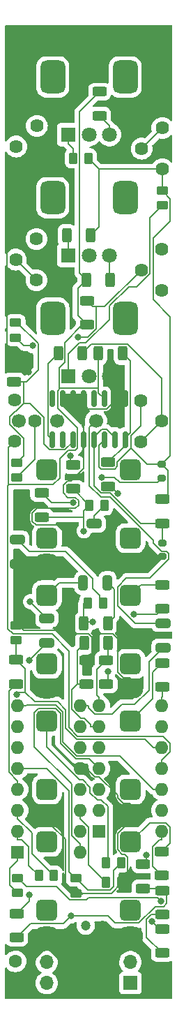
<source format=gbr>
%TF.GenerationSoftware,KiCad,Pcbnew,7.0.2*%
%TF.CreationDate,2023-06-27T14:21:50-04:00*%
%TF.ProjectId,as3340_no_mux,61733333-3430-45f6-9e6f-5f6d75782e6b,rev?*%
%TF.SameCoordinates,Original*%
%TF.FileFunction,Copper,L2,Bot*%
%TF.FilePolarity,Positive*%
%FSLAX46Y46*%
G04 Gerber Fmt 4.6, Leading zero omitted, Abs format (unit mm)*
G04 Created by KiCad (PCBNEW 7.0.2) date 2023-06-27 14:21:50*
%MOMM*%
%LPD*%
G01*
G04 APERTURE LIST*
G04 Aperture macros list*
%AMRoundRect*
0 Rectangle with rounded corners*
0 $1 Rounding radius*
0 $2 $3 $4 $5 $6 $7 $8 $9 X,Y pos of 4 corners*
0 Add a 4 corners polygon primitive as box body*
4,1,4,$2,$3,$4,$5,$6,$7,$8,$9,$2,$3,0*
0 Add four circle primitives for the rounded corners*
1,1,$1+$1,$2,$3*
1,1,$1+$1,$4,$5*
1,1,$1+$1,$6,$7*
1,1,$1+$1,$8,$9*
0 Add four rect primitives between the rounded corners*
20,1,$1+$1,$2,$3,$4,$5,0*
20,1,$1+$1,$4,$5,$6,$7,0*
20,1,$1+$1,$6,$7,$8,$9,0*
20,1,$1+$1,$8,$9,$2,$3,0*%
G04 Aperture macros list end*
%TA.AperFunction,SMDPad,CuDef*%
%ADD10RoundRect,0.250000X-0.262500X-0.450000X0.262500X-0.450000X0.262500X0.450000X-0.262500X0.450000X0*%
%TD*%
%TA.AperFunction,ComponentPad*%
%ADD11O,3.100000X2.300000*%
%TD*%
%TA.AperFunction,ComponentPad*%
%ADD12RoundRect,0.650000X-0.650000X-0.650000X0.650000X-0.650000X0.650000X0.650000X-0.650000X0.650000X0*%
%TD*%
%TA.AperFunction,ComponentPad*%
%ADD13C,1.600000*%
%TD*%
%TA.AperFunction,ComponentPad*%
%ADD14R,1.800000X1.800000*%
%TD*%
%TA.AperFunction,ComponentPad*%
%ADD15C,1.800000*%
%TD*%
%TA.AperFunction,ComponentPad*%
%ADD16RoundRect,0.750000X0.750000X-1.250000X0.750000X1.250000X-0.750000X1.250000X-0.750000X-1.250000X0*%
%TD*%
%TA.AperFunction,ComponentPad*%
%ADD17C,1.700000*%
%TD*%
%TA.AperFunction,SMDPad,CuDef*%
%ADD18RoundRect,0.250000X0.325000X0.650000X-0.325000X0.650000X-0.325000X-0.650000X0.325000X-0.650000X0*%
%TD*%
%TA.AperFunction,ComponentPad*%
%ADD19C,1.620000*%
%TD*%
%TA.AperFunction,SMDPad,CuDef*%
%ADD20RoundRect,0.250000X0.450000X-0.262500X0.450000X0.262500X-0.450000X0.262500X-0.450000X-0.262500X0*%
%TD*%
%TA.AperFunction,SMDPad,CuDef*%
%ADD21RoundRect,0.250000X0.625000X-0.312500X0.625000X0.312500X-0.625000X0.312500X-0.625000X-0.312500X0*%
%TD*%
%TA.AperFunction,SMDPad,CuDef*%
%ADD22RoundRect,0.250000X-0.312500X-0.625000X0.312500X-0.625000X0.312500X0.625000X-0.312500X0.625000X0*%
%TD*%
%TA.AperFunction,SMDPad,CuDef*%
%ADD23RoundRect,0.250000X-0.450000X0.262500X-0.450000X-0.262500X0.450000X-0.262500X0.450000X0.262500X0*%
%TD*%
%TA.AperFunction,SMDPad,CuDef*%
%ADD24RoundRect,0.250000X-0.625000X0.312500X-0.625000X-0.312500X0.625000X-0.312500X0.625000X0.312500X0*%
%TD*%
%TA.AperFunction,SMDPad,CuDef*%
%ADD25RoundRect,0.250000X0.312500X0.625000X-0.312500X0.625000X-0.312500X-0.625000X0.312500X-0.625000X0*%
%TD*%
%TA.AperFunction,ComponentPad*%
%ADD26R,1.600000X1.600000*%
%TD*%
%TA.AperFunction,ComponentPad*%
%ADD27O,1.600000X1.600000*%
%TD*%
%TA.AperFunction,SMDPad,CuDef*%
%ADD28RoundRect,0.200000X-0.275000X0.200000X-0.275000X-0.200000X0.275000X-0.200000X0.275000X0.200000X0*%
%TD*%
%TA.AperFunction,SMDPad,CuDef*%
%ADD29RoundRect,0.150000X-0.150000X0.825000X-0.150000X-0.825000X0.150000X-0.825000X0.150000X0.825000X0*%
%TD*%
%TA.AperFunction,SMDPad,CuDef*%
%ADD30RoundRect,0.250000X0.262500X0.450000X-0.262500X0.450000X-0.262500X-0.450000X0.262500X-0.450000X0*%
%TD*%
%TA.AperFunction,SMDPad,CuDef*%
%ADD31RoundRect,0.250000X0.650000X-0.325000X0.650000X0.325000X-0.650000X0.325000X-0.650000X-0.325000X0*%
%TD*%
%TA.AperFunction,ComponentPad*%
%ADD32R,1.700000X1.700000*%
%TD*%
%TA.AperFunction,ComponentPad*%
%ADD33O,1.700000X1.700000*%
%TD*%
%TA.AperFunction,SMDPad,CuDef*%
%ADD34RoundRect,0.250000X-0.650000X0.325000X-0.650000X-0.325000X0.650000X-0.325000X0.650000X0.325000X0*%
%TD*%
%TA.AperFunction,SMDPad,CuDef*%
%ADD35RoundRect,0.200000X0.275000X-0.200000X0.275000X0.200000X-0.275000X0.200000X-0.275000X-0.200000X0*%
%TD*%
%TA.AperFunction,ComponentPad*%
%ADD36C,1.200000*%
%TD*%
%TA.AperFunction,ViaPad*%
%ADD37C,0.800000*%
%TD*%
%TA.AperFunction,Conductor*%
%ADD38C,0.200000*%
%TD*%
G04 APERTURE END LIST*
D10*
%TO.P,R12,1*%
%TO.N,Net-(U2-VLFI)*%
X187860300Y-100584000D03*
%TO.P,R12,2*%
%TO.N,Net-(C2-Pad2)*%
X189685300Y-100584000D03*
%TD*%
D11*
%TO.P,J15,S*%
%TO.N,GND*%
X193040000Y-126290000D03*
D12*
%TO.P,J15,T*%
%TO.N,Net-(J15-PadR)*%
X193040000Y-114890000D03*
%TO.P,J15,TN*%
%TO.N,N/C*%
X193040000Y-123190000D03*
%TD*%
D11*
%TO.P,J1,S*%
%TO.N,GND*%
X182880000Y-95810000D03*
D12*
%TO.P,J1,T*%
%TO.N,Net-(SW1-B)*%
X182880000Y-84410000D03*
%TO.P,J1,TN*%
%TO.N,N/C*%
X182880000Y-92710000D03*
%TD*%
D11*
%TO.P,J5,S*%
%TO.N,GND*%
X182880000Y-126290000D03*
D12*
%TO.P,J5,T*%
%TO.N,Net-(J5-PadR)*%
X182880000Y-114890000D03*
%TO.P,J5,TN*%
%TO.N,N/C*%
X182880000Y-123190000D03*
%TD*%
D13*
%TO.P,D1,1,K*%
%TO.N,GND*%
X179070000Y-146538000D03*
%TO.P,D1,2,A*%
%TO.N,Net-(D1-A)*%
X179070000Y-144038000D03*
%TD*%
D11*
%TO.P,J2,S*%
%TO.N,GND*%
X182880000Y-140940000D03*
D12*
%TO.P,J2,T*%
%TO.N,Net-(J2-PadR)*%
X182880000Y-129540000D03*
%TO.P,J2,TN*%
%TO.N,N/C*%
X182880000Y-137840000D03*
%TD*%
D11*
%TO.P,J12,S*%
%TO.N,GND*%
X193040000Y-95810000D03*
D12*
%TO.P,J12,T*%
%TO.N,Net-(J12-PadR)*%
X193040000Y-84410000D03*
%TO.P,J12,TN*%
%TO.N,N/C*%
X193040000Y-92710000D03*
%TD*%
D14*
%TO.P,THONKY_FINE_CV1,1,1*%
%TO.N,Net-(R16-Pad1)*%
X185500000Y-58420000D03*
D15*
%TO.P,THONKY_FINE_CV1,2,2*%
%TO.N,Net-(R19-Pad1)*%
X188000000Y-58420000D03*
%TO.P,THONKY_FINE_CV1,3,3*%
%TO.N,Net-(R6-Pad2)*%
X190500000Y-58420000D03*
D16*
%TO.P,THONKY_FINE_CV1,MP*%
%TO.N,N/C*%
X183600000Y-51420000D03*
X192400000Y-51420000D03*
%TD*%
D17*
%TO.P,SW1,1,A*%
%TO.N,Net-(SW1-A)*%
X179450000Y-78486000D03*
%TO.P,SW1,2,B*%
%TO.N,Net-(SW1-B)*%
X184150000Y-78486000D03*
%TO.P,SW1,3,C*%
%TO.N,Net-(SW1-C)*%
X188850000Y-78486000D03*
%TD*%
D11*
%TO.P,J13,S*%
%TO.N,GND*%
X193040000Y-111050000D03*
D12*
%TO.P,J13,T*%
%TO.N,Net-(J13-PadR)*%
X193040000Y-99650000D03*
%TO.P,J13,TN*%
%TO.N,N/C*%
X193040000Y-107950000D03*
%TD*%
D11*
%TO.P,J4,S*%
%TO.N,GND*%
X182880000Y-111050000D03*
D12*
%TO.P,J4,T*%
%TO.N,Net-(C1-Pad2)*%
X182880000Y-99650000D03*
%TO.P,J4,TN*%
%TO.N,N/C*%
X182880000Y-107950000D03*
%TD*%
D14*
%TO.P,THONKY_COURSE_CV1,1,1*%
%TO.N,Net-(R8-Pad1)*%
X185500000Y-43775000D03*
D15*
%TO.P,THONKY_COURSE_CV1,2,2*%
%TO.N,Net-(R20-Pad1)*%
X188000000Y-43775000D03*
%TO.P,THONKY_COURSE_CV1,3,3*%
%TO.N,Net-(R2-Pad2)*%
X190500000Y-43775000D03*
D16*
%TO.P,THONKY_COURSE_CV1,MP*%
%TO.N,N/C*%
X183600000Y-36775000D03*
X192400000Y-36775000D03*
%TD*%
D14*
%TO.P,THONKY_PWM1,1,1*%
%TO.N,Net-(R5-Pad1)*%
X185505000Y-73040000D03*
D15*
%TO.P,THONKY_PWM1,2,2*%
%TO.N,Net-(J5-PadR)*%
X188005000Y-73040000D03*
%TO.P,THONKY_PWM1,3,3*%
%TO.N,GND*%
X190505000Y-73040000D03*
D16*
%TO.P,THONKY_PWM1,MP*%
%TO.N,N/C*%
X183605000Y-66040000D03*
X192405000Y-66040000D03*
%TD*%
D11*
%TO.P,J14,S*%
%TO.N,GND*%
X193040000Y-140940000D03*
D12*
%TO.P,J14,T*%
%TO.N,Net-(J14-PadR)*%
X193040000Y-129540000D03*
%TO.P,J14,TN*%
%TO.N,N/C*%
X193040000Y-137840000D03*
%TD*%
D10*
%TO.P,R46,1*%
%TO.N,Net-(U2-VS)*%
X190095500Y-134493000D03*
%TO.P,R46,2*%
%TO.N,GND*%
X191920500Y-134493000D03*
%TD*%
D18*
%TO.P,C1,1*%
%TO.N,Net-(C1-Pad1)*%
X190247800Y-98145600D03*
%TO.P,C1,2*%
%TO.N,Net-(C1-Pad2)*%
X187297800Y-98145600D03*
%TD*%
D19*
%TO.P,NOT_THOONKY_SineBiasTrim1,1,1*%
%TO.N,-15V*%
X178943000Y-80986000D03*
%TO.P,NOT_THOONKY_SineBiasTrim1,2,2*%
%TO.N,Net-(NOT_THOONKY_SineBiasTrim1-Pad2)*%
X181443000Y-78486000D03*
%TO.P,NOT_THOONKY_SineBiasTrim1,3,3*%
%TO.N,+15V*%
X178943000Y-75986000D03*
%TD*%
D20*
%TO.P,R60,1*%
%TO.N,Net-(D1-A)*%
X179120800Y-105103300D03*
%TO.P,R60,2*%
%TO.N,GND*%
X179120800Y-103278300D03*
%TD*%
D19*
%TO.P,NOT_THONKY_HF_TRACK1,1,1*%
%TO.N,Net-(U2-VHFT)*%
X181665000Y-42712000D03*
%TO.P,NOT_THONKY_HF_TRACK1,2,2*%
%TO.N,Net-(NOT_THONKY_HF_TRACK1-Pad2)*%
X179165000Y-45212000D03*
%TO.P,NOT_THONKY_HF_TRACK1,3,3*%
%TO.N,GND*%
X181665000Y-47712000D03*
%TD*%
D21*
%TO.P,R69,1*%
%TO.N,Net-(U4A--)*%
X196900800Y-101284500D03*
%TO.P,R69,2*%
%TO.N,Net-(J13-PadR)*%
X196900800Y-98359500D03*
%TD*%
D22*
%TO.P,R6,1*%
%TO.N,-15V*%
X187665900Y-61366400D03*
%TO.P,R6,2*%
%TO.N,Net-(R6-Pad2)*%
X190590900Y-61366400D03*
%TD*%
D23*
%TO.P,R55,1*%
%TO.N,Net-(U1A-+)*%
X179222400Y-83567900D03*
%TO.P,R55,2*%
%TO.N,Net-(NOT_THOONKY_SineBiasTrim1-Pad2)*%
X179222400Y-85392900D03*
%TD*%
D22*
%TO.P,R34,1*%
%TO.N,-15V*%
X189139100Y-70307200D03*
%TO.P,R34,2*%
%TO.N,Net-(R3-Pad1)*%
X192064100Y-70307200D03*
%TD*%
D24*
%TO.P,R4,1*%
%TO.N,Net-(NOT+THINKY_CV1-Pad1)*%
X196900800Y-140117100D03*
%TO.P,R4,2*%
%TO.N,Net-(R26-Pad1)*%
X196900800Y-143042100D03*
%TD*%
D21*
%TO.P,R58,1*%
%TO.N,Net-(U2-VP)*%
X179120800Y-110377700D03*
%TO.P,R58,2*%
%TO.N,Net-(D1-A)*%
X179120800Y-107452700D03*
%TD*%
D25*
%TO.P,R11,1*%
%TO.N,Net-(C1-Pad1)*%
X190286100Y-103022400D03*
%TO.P,R11,2*%
%TO.N,Net-(U2-VLFI)*%
X187361100Y-103022400D03*
%TD*%
D24*
%TO.P,R37,1*%
%TO.N,+15V*%
X196951600Y-87996300D03*
%TO.P,R37,2*%
%TO.N,Net-(R1-Pad2)*%
X196951600Y-90921300D03*
%TD*%
D22*
%TO.P,R16,1*%
%TO.N,Net-(R16-Pad1)*%
X185278300Y-55981600D03*
%TO.P,R16,2*%
%TO.N,+15V*%
X188203300Y-55981600D03*
%TD*%
D26*
%TO.P,U4,1*%
%TO.N,Net-(U4A--)*%
X189230000Y-128270000D03*
D27*
%TO.P,U4,2,-*%
X189230000Y-125730000D03*
%TO.P,U4,3,+*%
%TO.N,Net-(U4A-+)*%
X189230000Y-123190000D03*
%TO.P,U4,4,V+*%
%TO.N,+15V*%
X189230000Y-120650000D03*
%TO.P,U4,5,+*%
%TO.N,Net-(U2-VTO)*%
X189230000Y-118110000D03*
%TO.P,U4,6,-*%
%TO.N,Net-(U4B--)*%
X189230000Y-115570000D03*
%TO.P,U4,7*%
%TO.N,Net-(NOT_THONKY_SineShapeTrim1-Pad1)*%
X189230000Y-113030000D03*
%TO.P,U4,8*%
%TO.N,Net-(U4C--)*%
X196850000Y-113030000D03*
%TO.P,U4,9,-*%
X196850000Y-115570000D03*
%TO.P,U4,10,+*%
%TO.N,Net-(D1-A)*%
X196850000Y-118110000D03*
%TO.P,U4,11,V-*%
%TO.N,-15V*%
X196850000Y-120650000D03*
%TO.P,U4,12,+*%
%TO.N,Net-(U2-VSO)*%
X196850000Y-123190000D03*
%TO.P,U4,13,-*%
%TO.N,Net-(U4D--)*%
X196850000Y-125730000D03*
%TO.P,U4,14*%
X196850000Y-128270000D03*
%TD*%
D28*
%TO.P,R10,1*%
%TO.N,+15V*%
X196850000Y-83757000D03*
%TO.P,R10,2*%
%TO.N,Net-(U2-VLFI)*%
X196850000Y-85407000D03*
%TD*%
D24*
%TO.P,R20,1*%
%TO.N,Net-(R20-Pad1)*%
X186055000Y-83820000D03*
%TO.P,R20,2*%
%TO.N,Net-(U2-VFCI)*%
X186055000Y-86745000D03*
%TD*%
D21*
%TO.P,R67,1*%
%TO.N,Net-(U4D--)*%
X196850000Y-133644100D03*
%TO.P,R67,2*%
%TO.N,Net-(J14-PadR)*%
X196850000Y-130719100D03*
%TD*%
D29*
%TO.P,U1,1*%
%TO.N,unconnected-(U1-Pad1)*%
X183515000Y-75822000D03*
%TO.P,U1,2,DIODE_BIAS*%
%TO.N,GND*%
X184785000Y-75822000D03*
%TO.P,U1,3,+*%
X186055000Y-75822000D03*
%TO.P,U1,4,-*%
X187325000Y-75822000D03*
%TO.P,U1,5*%
%TO.N,unconnected-(U1-Pad5)*%
X188595000Y-75822000D03*
%TO.P,U1,6,V-*%
%TO.N,-15V*%
X189865000Y-75822000D03*
%TO.P,U1,7*%
%TO.N,GND*%
X191135000Y-75822000D03*
%TO.P,U1,8*%
X192405000Y-75822000D03*
%TO.P,U1,9*%
%TO.N,Net-(R3-Pad1)*%
X192405000Y-80772000D03*
%TO.P,U1,10*%
%TO.N,Net-(R1-Pad2)*%
X191135000Y-80772000D03*
%TO.P,U1,11,V+*%
%TO.N,+15V*%
X189865000Y-80772000D03*
%TO.P,U1,12*%
%TO.N,Net-(R1-Pad2)*%
X188595000Y-80772000D03*
%TO.P,U1,13,-*%
%TO.N,GND*%
X187325000Y-80772000D03*
%TO.P,U1,14,+*%
%TO.N,Net-(U1A-+)*%
X186055000Y-80772000D03*
%TO.P,U1,15,DIODE_BIAS*%
%TO.N,unconnected-(U1A-DIODE_BIAS-Pad15)*%
X184785000Y-80772000D03*
%TO.P,U1,16*%
%TO.N,Net-(R36-Pad2)*%
X183515000Y-80772000D03*
%TD*%
D23*
%TO.P,R9,1*%
%TO.N,Net-(U2-VPWM)*%
X186385200Y-133961500D03*
%TO.P,R9,2*%
%TO.N,GND*%
X186385200Y-135786500D03*
%TD*%
D21*
%TO.P,R26,1*%
%TO.N,Net-(R26-Pad1)*%
X196951600Y-138368500D03*
%TO.P,R26,2*%
%TO.N,Net-(U2-VFCI)*%
X196951600Y-135443500D03*
%TD*%
D22*
%TO.P,R64,1*%
%TO.N,Net-(U4B--)*%
X187411900Y-105460800D03*
%TO.P,R64,2*%
%TO.N,Net-(NOT_THONKY_SineShapeTrim1-Pad1)*%
X190336900Y-105460800D03*
%TD*%
D24*
%TO.P,R19,1*%
%TO.N,Net-(R19-Pad1)*%
X179222400Y-138237500D03*
%TO.P,R19,2*%
%TO.N,Net-(U2-VFCI)*%
X179222400Y-141162500D03*
%TD*%
%TO.P,R3,1*%
%TO.N,Net-(R3-Pad1)*%
X190296800Y-83525900D03*
%TO.P,R3,2*%
%TO.N,Net-(U4A-+)*%
X190296800Y-86450900D03*
%TD*%
D19*
%TO.P,NOT_THINK_SineLevelTrim1,1,1*%
%TO.N,Net-(NOT_THINK_SineLevelTrim1-Pad1)*%
X194310000Y-81026000D03*
%TO.P,NOT_THINK_SineLevelTrim1,2,2*%
X196810000Y-78526000D03*
%TO.P,NOT_THINK_SineLevelTrim1,3,3*%
%TO.N,+15V*%
X194310000Y-76026000D03*
%TD*%
D23*
%TO.P,R54,1*%
%TO.N,Net-(U1A-+)*%
X179070000Y-66560600D03*
%TO.P,R54,2*%
%TO.N,Net-(NOT_THONKY_SineShapeTrim1-Pad2)*%
X179070000Y-68385600D03*
%TD*%
D30*
%TO.P,R7,1*%
%TO.N,Net-(C9-Pad1)*%
X189888500Y-88747600D03*
%TO.P,R7,2*%
%TO.N,Net-(U2-VFCI)*%
X188063500Y-88747600D03*
%TD*%
D24*
%TO.P,R2,1*%
%TO.N,-15V*%
X189280800Y-38567900D03*
%TO.P,R2,2*%
%TO.N,Net-(R2-Pad2)*%
X189280800Y-41492900D03*
%TD*%
D10*
%TO.P,R8,1*%
%TO.N,Net-(R8-Pad1)*%
X186082300Y-46634400D03*
%TO.P,R8,2*%
%TO.N,+15V*%
X187907300Y-46634400D03*
%TD*%
D19*
%TO.P,NOT_THONKY_SineShapeTrim1,1,1*%
%TO.N,Net-(NOT_THONKY_SineShapeTrim1-Pad1)*%
X181610000Y-56428000D03*
%TO.P,NOT_THONKY_SineShapeTrim1,2,2*%
%TO.N,Net-(NOT_THONKY_SineShapeTrim1-Pad2)*%
X179110000Y-58928000D03*
%TO.P,NOT_THONKY_SineShapeTrim1,3,3*%
X181610000Y-61428000D03*
%TD*%
D24*
%TO.P,R24,1*%
%TO.N,Net-(J2-PadR)*%
X182245000Y-87245000D03*
%TO.P,R24,2*%
%TO.N,Net-(U2-VFCI)*%
X182245000Y-90170000D03*
%TD*%
D31*
%TO.P,C2,1*%
%TO.N,GND*%
X179324000Y-95861400D03*
%TO.P,C2,2*%
%TO.N,Net-(C2-Pad2)*%
X179324000Y-92911400D03*
%TD*%
D21*
%TO.P,R17,1*%
%TO.N,Net-(U2-VFCI)*%
X194564000Y-135193500D03*
%TO.P,R17,2*%
%TO.N,Net-(NOT_THONKY_HF_TRACK1-Pad2)*%
X194564000Y-132268500D03*
%TD*%
D32*
%TO.P,J11,1,Pin_1*%
%TO.N,-15V*%
X193035000Y-146685000D03*
D33*
%TO.P,J11,2,Pin_2*%
X193035000Y-144145000D03*
%TO.P,J11,3,Pin_3*%
%TO.N,GND*%
X190495000Y-146685000D03*
%TO.P,J11,4,Pin_4*%
X190495000Y-144145000D03*
%TO.P,J11,5,Pin_5*%
X187955000Y-146685000D03*
%TO.P,J11,6,Pin_6*%
X187955000Y-144145000D03*
%TO.P,J11,7,Pin_7*%
X185415000Y-146685000D03*
%TO.P,J11,8,Pin_8*%
X185415000Y-144145000D03*
%TO.P,J11,9,Pin_9*%
%TO.N,+15V*%
X182875000Y-146685000D03*
%TO.P,J11,10,Pin_10*%
X182875000Y-144145000D03*
%TD*%
D34*
%TO.P,C7,1*%
%TO.N,Net-(SW1-A)*%
X182880000Y-102438200D03*
%TO.P,C7,2*%
%TO.N,Net-(U2-VHSI)*%
X182880000Y-105388200D03*
%TD*%
D24*
%TO.P,R51,1*%
%TO.N,GND*%
X178917600Y-70825900D03*
%TO.P,R51,2*%
%TO.N,Net-(U1A-+)*%
X178917600Y-73750900D03*
%TD*%
D25*
%TO.P,R36,1*%
%TO.N,Net-(NOT_THINK_SineLevelTrim1-Pad1)*%
X187187300Y-70307200D03*
%TO.P,R36,2*%
%TO.N,Net-(R36-Pad2)*%
X184262300Y-70307200D03*
%TD*%
D26*
%TO.P,U2,1,SCALE1*%
%TO.N,Net-(U2-SCALE1)*%
X179324000Y-130810000D03*
D27*
%TO.P,U2,2,SCALE2*%
%TO.N,Net-(U2-SCALE2)*%
X179324000Y-128270000D03*
%TO.P,U2,3,VEE*%
%TO.N,Net-(U2-VEE)*%
X179324000Y-125730000D03*
%TO.P,U2,4,VP*%
%TO.N,Net-(U2-VP)*%
X179324000Y-123190000D03*
%TO.P,U2,5,VPWM*%
%TO.N,Net-(U2-VPWM)*%
X179324000Y-120650000D03*
%TO.P,U2,6,VHSI*%
%TO.N,Net-(U2-VHSI)*%
X179324000Y-118110000D03*
%TO.P,U2,7,VHFT*%
%TO.N,Net-(U2-VHFT)*%
X179324000Y-115570000D03*
%TO.P,U2,8,VSO*%
%TO.N,Net-(U2-VSO)*%
X179324000Y-113030000D03*
%TO.P,U2,9,VSSI*%
%TO.N,Net-(U2-VSSI)*%
X186944000Y-113030000D03*
%TO.P,U2,10,VTO*%
%TO.N,Net-(U2-VTO)*%
X186944000Y-115570000D03*
%TO.P,U2,11,CAP*%
%TO.N,Net-(U2-CAP)*%
X186944000Y-118110000D03*
%TO.P,U2,12,GND*%
%TO.N,GND*%
X186944000Y-120650000D03*
%TO.P,U2,13,VLFI*%
%TO.N,Net-(U2-VLFI)*%
X186944000Y-123190000D03*
%TO.P,U2,14,VS*%
%TO.N,Net-(U2-VS)*%
X186944000Y-125730000D03*
%TO.P,U2,15,VFCI*%
%TO.N,Net-(U2-VFCI)*%
X186944000Y-128270000D03*
%TO.P,U2,16,VCC*%
%TO.N,+15V*%
X186944000Y-130810000D03*
%TD*%
D10*
%TO.P,R40,1*%
%TO.N,Net-(J5-PadR)*%
X190095500Y-132080000D03*
%TO.P,R40,2*%
%TO.N,Net-(U2-VPWM)*%
X191920500Y-132080000D03*
%TD*%
D20*
%TO.P,R5,1*%
%TO.N,Net-(R5-Pad1)*%
X196900800Y-52372900D03*
%TO.P,R5,2*%
%TO.N,+15V*%
X196900800Y-50547900D03*
%TD*%
D19*
%TO.P,NOT+THINKY_CV1,1,1*%
%TO.N,Net-(NOT+THINKY_CV1-Pad1)*%
X196905000Y-42966000D03*
%TO.P,NOT+THINKY_CV1,2,2*%
X194405000Y-45466000D03*
%TO.P,NOT+THINKY_CV1,3,3*%
%TO.N,+15V*%
X196905000Y-47966000D03*
%TD*%
D30*
%TO.P,R39,1*%
%TO.N,Net-(U2-VEE)*%
X183741700Y-133654800D03*
%TO.P,R39,2*%
%TO.N,Net-(U2-SCALE2)*%
X181916700Y-133654800D03*
%TD*%
D24*
%TO.P,R68,1*%
%TO.N,Net-(NOT_THONKY_SineShapeTrim1-Pad1)*%
X190093600Y-107503500D03*
%TO.P,R68,2*%
%TO.N,Net-(J12-PadR)*%
X190093600Y-110428500D03*
%TD*%
D23*
%TO.P,R38,1*%
%TO.N,Net-(NOT_THINKY_TEMKO1-Pad1)*%
X179324000Y-133910700D03*
%TO.P,R38,2*%
%TO.N,Net-(U2-SCALE1)*%
X179324000Y-135735700D03*
%TD*%
D34*
%TO.P,C9,1*%
%TO.N,Net-(C9-Pad1)*%
X188620400Y-90981000D03*
%TO.P,C9,2*%
%TO.N,GND*%
X188620400Y-93931000D03*
%TD*%
D24*
%TO.P,R62,1*%
%TO.N,GND*%
X187706000Y-107503500D03*
%TO.P,R62,2*%
%TO.N,Net-(U4B--)*%
X187706000Y-110428500D03*
%TD*%
D19*
%TO.P,NOT_THINKY_TEMKO1,1,1*%
%TO.N,Net-(NOT_THINKY_TEMKO1-Pad1)*%
X196850000Y-57698000D03*
%TO.P,NOT_THINKY_TEMKO1,2,2*%
%TO.N,Net-(U2-VEE)*%
X194350000Y-60198000D03*
%TO.P,NOT_THINKY_TEMKO1,3,3*%
X196850000Y-62698000D03*
%TD*%
D34*
%TO.P,C3,1*%
%TO.N,Net-(SW1-C)*%
X197002400Y-103020600D03*
%TO.P,C3,2*%
%TO.N,Net-(U2-VSSI)*%
X197002400Y-105970600D03*
%TD*%
D21*
%TO.P,R66,1*%
%TO.N,Net-(U4C--)*%
X196900800Y-110784100D03*
%TO.P,R66,2*%
%TO.N,Net-(J15-PadR)*%
X196900800Y-107859100D03*
%TD*%
D35*
%TO.P,R1,1*%
%TO.N,GND*%
X196900800Y-94957400D03*
%TO.P,R1,2*%
%TO.N,Net-(R1-Pad2)*%
X196900800Y-93307400D03*
%TD*%
D24*
%TO.P,R50,1*%
%TO.N,Net-(U2-VEE)*%
X187756800Y-63917100D03*
%TO.P,R50,2*%
%TO.N,-15V*%
X187756800Y-66842100D03*
%TD*%
D36*
%TO.P,PolyStirene!C11,1*%
%TO.N,GND*%
X189611000Y-139700000D03*
%TO.P,PolyStirene!C11,2*%
%TO.N,Net-(U2-CAP)*%
X187611000Y-139700000D03*
%TD*%
D37*
%TO.N,GND*%
X180659400Y-72568100D03*
%TO.N,Net-(U2-VHSI)*%
X180713700Y-107554500D03*
%TO.N,Net-(D1-A)*%
X179199500Y-111701400D03*
%TO.N,Net-(J2-PadR)*%
X186091300Y-88421500D03*
%TO.N,Net-(J12-PadR)*%
X190337700Y-108931200D03*
%TO.N,Net-(U4A-+)*%
X191530100Y-87262100D03*
%TO.N,Net-(U2-VLFI)*%
X189514300Y-85355100D03*
X188468800Y-102891500D03*
%TO.N,Net-(U2-VFCI)*%
X187378500Y-91835600D03*
X185797200Y-138551700D03*
%TO.N,Net-(SW1-A)*%
X180866600Y-100424800D03*
%TO.N,Net-(U2-VEE)*%
X186696900Y-68343900D03*
%TO.N,Net-(NOT+THINKY_CV1-Pad1)*%
X195619300Y-139161600D03*
%TO.N,Net-(NOT_THINKY_TEMKO1-Pad1)*%
X196786600Y-136756700D03*
%TO.N,Net-(U4A--)*%
X193435300Y-101948700D03*
%TO.N,Net-(NOT_THONKY_HF_TRACK1-Pad2)*%
X194969900Y-131148000D03*
%TO.N,Net-(NOT_THONKY_SineShapeTrim1-Pad2)*%
X181199200Y-69392400D03*
%TO.N,Net-(R19-Pad1)*%
X180743400Y-135976800D03*
%TO.N,Net-(R20-Pad1)*%
X185727800Y-82709100D03*
%TD*%
D38*
%TO.N,Net-(C2-Pad2)*%
X189288150Y-100186850D02*
X189685300Y-100584000D01*
X189288150Y-99636850D02*
X189288150Y-100186850D01*
X189288150Y-99636850D02*
X188445500Y-98794200D01*
%TO.N,Net-(U2-VLFI)*%
X187310300Y-100584000D02*
X187860300Y-100584000D01*
%TO.N,Net-(C1-Pad1)*%
X191030000Y-98927800D02*
X190247800Y-98145600D01*
X191030000Y-102278500D02*
X191030000Y-98927800D01*
X190286100Y-103022400D02*
X191030000Y-102278500D01*
%TO.N,Net-(C1-Pad2)*%
X187297800Y-98145600D02*
X184384400Y-98145600D01*
X184384400Y-98145600D02*
X182880000Y-99650000D01*
%TO.N,GND*%
X191920500Y-134493000D02*
X191920500Y-134584600D01*
X188810700Y-104343600D02*
X188389800Y-104764500D01*
X179324000Y-103075100D02*
X179120800Y-103278300D01*
X187325000Y-80772000D02*
X187325000Y-77030300D01*
X182880000Y-95810000D02*
X181102700Y-95810000D01*
X179324000Y-95861400D02*
X181051300Y-95861400D01*
X179070000Y-146127300D02*
X179070000Y-146538000D01*
X181635500Y-89097000D02*
X186368000Y-89097000D01*
X186718800Y-88746200D02*
X186718800Y-88161700D01*
X192405000Y-75822000D02*
X191135000Y-75822000D01*
X187971300Y-120906900D02*
X188741700Y-121677300D01*
X190495000Y-144145000D02*
X190495000Y-141707700D01*
X190022700Y-139700000D02*
X191262700Y-140940000D01*
X193040000Y-95810000D02*
X190499400Y-95810000D01*
X180107000Y-103858100D02*
X179324000Y-103075100D01*
X185151900Y-134553200D02*
X186385200Y-135786500D01*
X182880000Y-140940000D02*
X182880000Y-142317300D01*
X191135000Y-73670000D02*
X190505000Y-73040000D01*
X187325000Y-75822000D02*
X186055000Y-75822000D01*
X190899400Y-104343600D02*
X188810700Y-104343600D01*
X192691300Y-133722200D02*
X191920500Y-134493000D01*
X192033000Y-131069900D02*
X192347200Y-131069900D01*
X185151900Y-129250600D02*
X185151900Y-134553200D01*
X191475200Y-130512100D02*
X192033000Y-131069900D01*
X185415000Y-144145000D02*
X184337700Y-144145000D01*
X184549500Y-104351900D02*
X184055700Y-103858100D01*
X185415000Y-144145000D02*
X187955000Y-144145000D01*
X187955000Y-144145000D02*
X189032300Y-144145000D01*
X186967900Y-93931000D02*
X184159400Y-91122500D01*
X182880000Y-127667300D02*
X183568600Y-127667300D01*
X184337700Y-144145000D02*
X184337700Y-143775000D01*
X188389800Y-104764500D02*
X187977200Y-104351900D01*
X193040000Y-109672700D02*
X192179200Y-109672700D01*
X180659400Y-72568100D02*
X178917600Y-70826300D01*
X178037400Y-69945700D02*
X178037400Y-51339600D01*
X192179200Y-109672700D02*
X191487200Y-108980700D01*
X189246400Y-121677300D02*
X191469900Y-123900800D01*
X196900800Y-94957400D02*
X196048200Y-95810000D01*
X191469900Y-124210200D02*
X192172400Y-124912700D01*
X190495000Y-141707700D02*
X191262700Y-140940000D01*
X184159400Y-91122500D02*
X181560900Y-91122500D01*
X184890500Y-87243200D02*
X184890500Y-86284100D01*
X181051300Y-95861400D02*
X181102700Y-95810000D01*
X189611000Y-139700000D02*
X190022700Y-139700000D01*
X184337700Y-143775000D02*
X182880000Y-142317300D01*
X191135000Y-76064500D02*
X190169200Y-77030300D01*
X191135000Y-75822000D02*
X191135000Y-76064500D01*
X188389800Y-106819700D02*
X187706000Y-107503500D01*
X187977200Y-104351900D02*
X184549500Y-104351900D01*
X192347200Y-131069900D02*
X192691300Y-131414000D01*
X187325000Y-84244400D02*
X187325000Y-80772000D01*
X179324000Y-95861400D02*
X179324000Y-103075100D01*
X193040000Y-127667300D02*
X192351400Y-127667300D01*
X191469900Y-123900800D02*
X191469900Y-124210200D01*
X181560900Y-91122500D02*
X181097400Y-90659000D01*
X188620400Y-93931000D02*
X186967900Y-93931000D01*
X186055000Y-75822000D02*
X184785000Y-75822000D01*
X190169200Y-77030300D02*
X187325000Y-77030300D01*
X193040000Y-111050000D02*
X193040000Y-109672700D01*
X184055700Y-103858100D02*
X180107000Y-103858100D01*
X188389800Y-104764500D02*
X188389800Y-106819700D01*
X185796000Y-85773400D02*
X187325000Y-84244400D01*
X187971300Y-120650000D02*
X187971300Y-120906900D01*
X185401200Y-85773400D02*
X185796000Y-85773400D01*
X193040000Y-126290000D02*
X193040000Y-127667300D01*
X183568600Y-127667300D02*
X185151900Y-129250600D01*
X190718600Y-135786500D02*
X186385200Y-135786500D01*
X178037400Y-51339600D02*
X181665000Y-47712000D01*
X191487200Y-108980700D02*
X191487200Y-104931400D01*
X182880000Y-142317300D02*
X179070000Y-146127300D01*
X186324800Y-87767700D02*
X185415000Y-87767700D01*
X184890500Y-86284100D02*
X185401200Y-85773400D01*
X193040000Y-140940000D02*
X191262700Y-140940000D01*
X192172400Y-124912700D02*
X193040000Y-124912700D01*
X182880000Y-126290000D02*
X182880000Y-127667300D01*
X186718800Y-88161700D02*
X186324800Y-87767700D01*
X190495000Y-144145000D02*
X189032300Y-144145000D01*
X186368000Y-89097000D02*
X186718800Y-88746200D01*
X192691300Y-131414000D02*
X192691300Y-133722200D01*
X188741700Y-121677300D02*
X189246400Y-121677300D01*
X192351400Y-127667300D02*
X191475200Y-128543500D01*
X185415000Y-87767700D02*
X184890500Y-87243200D01*
X178917600Y-70825900D02*
X178037400Y-69945700D01*
X178917600Y-70826300D02*
X178917600Y-70825900D01*
X196048200Y-95810000D02*
X193040000Y-95810000D01*
X187325000Y-77030300D02*
X187325000Y-75822000D01*
X193040000Y-126290000D02*
X193040000Y-124912700D01*
X186944000Y-120650000D02*
X187971300Y-120650000D01*
X190499400Y-95810000D02*
X188620400Y-93931000D01*
X191135000Y-75822000D02*
X191135000Y-73670000D01*
X181097400Y-90659000D02*
X181097400Y-89635100D01*
X181097400Y-89635100D02*
X181635500Y-89097000D01*
X191487200Y-104931400D02*
X190899400Y-104343600D01*
X191475200Y-128543500D02*
X191475200Y-130512100D01*
X191920500Y-134584600D02*
X190718600Y-135786500D01*
%TO.N,Net-(C2-Pad2)*%
X188445500Y-97625900D02*
X185174200Y-94354600D01*
X185174200Y-94354600D02*
X180767200Y-94354600D01*
X180767200Y-94354600D02*
X179324000Y-92911400D01*
X188445500Y-98794200D02*
X188445500Y-97625900D01*
%TO.N,Net-(U2-VSSI)*%
X190789900Y-114057600D02*
X191972100Y-112875400D01*
X188742100Y-114057600D02*
X190789900Y-114057600D01*
X195275900Y-107697100D02*
X197002400Y-105970600D01*
X191972100Y-112875400D02*
X193566200Y-112875400D01*
X187971300Y-113286800D02*
X188742100Y-114057600D01*
X186944000Y-113030000D02*
X187971300Y-113030000D01*
X187971300Y-113030000D02*
X187971300Y-113286800D01*
X193566200Y-112875400D02*
X195275900Y-111165700D01*
X195275900Y-111165700D02*
X195275900Y-107697100D01*
%TO.N,Net-(U2-VHSI)*%
X180713700Y-107554500D02*
X182880000Y-105388200D01*
%TO.N,Net-(C9-Pad1)*%
X188620400Y-90981000D02*
X188620400Y-90015700D01*
X188620400Y-90015700D02*
X189888500Y-88747600D01*
%TO.N,Net-(D1-A)*%
X180236300Y-108568200D02*
X179120800Y-107452700D01*
X179120800Y-107452700D02*
X179120800Y-105103300D01*
X186479400Y-117082700D02*
X185170400Y-115773700D01*
X180236300Y-111395700D02*
X180236300Y-108568200D01*
X185170400Y-113555900D02*
X184172700Y-112558200D01*
X185170400Y-115773700D02*
X185170400Y-113555900D01*
X181398800Y-112558200D02*
X180236300Y-111395700D01*
X184172700Y-112558200D02*
X181398800Y-112558200D01*
X179199500Y-111701400D02*
X179505200Y-111395700D01*
X195822700Y-118110000D02*
X194795400Y-117082700D01*
X179505200Y-111395700D02*
X180236300Y-111395700D01*
X194795400Y-117082700D02*
X186479400Y-117082700D01*
X196850000Y-118110000D02*
X195822700Y-118110000D01*
%TO.N,Net-(J2-PadR)*%
X183421500Y-88421500D02*
X186091300Y-88421500D01*
X182245000Y-87245000D02*
X183421500Y-88421500D01*
%TO.N,-15V*%
X178221200Y-81707800D02*
X178221200Y-86133600D01*
X186615000Y-116755300D02*
X197016400Y-116755300D01*
X197882600Y-117621500D02*
X197882600Y-118590100D01*
X186595200Y-79362500D02*
X184221600Y-76988900D01*
X197016400Y-116755300D02*
X197882600Y-117621500D01*
X189280800Y-38567900D02*
X186872600Y-40976100D01*
X189139100Y-74558700D02*
X189139100Y-70307200D01*
X178800400Y-104351900D02*
X183507800Y-104351900D01*
X185075500Y-68985100D02*
X187218500Y-66842100D01*
X185555400Y-115695700D02*
X186615000Y-116755300D01*
X184221600Y-76988900D02*
X184221600Y-74833900D01*
X184377600Y-72040600D02*
X185075500Y-71342700D01*
X178159900Y-103711400D02*
X178800400Y-104351900D01*
X184377600Y-74439500D02*
X184377600Y-72040600D01*
X189865000Y-75822000D02*
X189139100Y-75096100D01*
X178221200Y-86133600D02*
X178305200Y-86217600D01*
X178305200Y-86217600D02*
X183661900Y-86217600D01*
X185075500Y-71342700D02*
X185075500Y-68985100D01*
X183661900Y-86217600D02*
X184482300Y-85397200D01*
X185476200Y-82060000D02*
X186310700Y-82060000D01*
X186310700Y-82060000D02*
X186595200Y-81775500D01*
X197882600Y-118590100D02*
X196850000Y-119622700D01*
X187756800Y-66842100D02*
X186627400Y-65712700D01*
X189139100Y-75096100D02*
X189139100Y-74558700D01*
X186627400Y-62404900D02*
X187665900Y-61366400D01*
X184482300Y-85397200D02*
X184482300Y-83053900D01*
X186872600Y-60573100D02*
X187665900Y-61366400D01*
X184221600Y-74833900D02*
X184496800Y-74558700D01*
X178305200Y-86217600D02*
X178159900Y-86362900D01*
X186595200Y-81775500D02*
X186595200Y-79362500D01*
X187218500Y-66842100D02*
X187756800Y-66842100D01*
X178943000Y-80986000D02*
X178221200Y-81707800D01*
X184496800Y-74558700D02*
X184377600Y-74439500D01*
X186627400Y-65712700D02*
X186627400Y-62404900D01*
X186872600Y-40976100D02*
X186872600Y-60573100D01*
X178159900Y-86362900D02*
X178159900Y-103711400D01*
X196850000Y-120650000D02*
X196850000Y-119622700D01*
X185555400Y-106399500D02*
X185555400Y-115695700D01*
X189139100Y-74558700D02*
X184496800Y-74558700D01*
X184482300Y-83053900D02*
X185476200Y-82060000D01*
X183507800Y-104351900D02*
X185555400Y-106399500D01*
%TO.N,+15V*%
X191123700Y-84318000D02*
X191400200Y-84041500D01*
X186944000Y-130810000D02*
X186944000Y-129782700D01*
X191400200Y-83502800D02*
X193096800Y-81806200D01*
X197882600Y-82724400D02*
X197882600Y-65850700D01*
X195812700Y-56340700D02*
X197882600Y-54270800D01*
X188203300Y-55981600D02*
X189243100Y-54941800D01*
X197882600Y-51529700D02*
X196900800Y-50547900D01*
X188057000Y-119477000D02*
X189230000Y-120650000D01*
X193096800Y-80272200D02*
X193096800Y-81806200D01*
X184515600Y-117597100D02*
X186395500Y-119477000D01*
X196900800Y-47970200D02*
X189243100Y-47970200D01*
X194310000Y-76026000D02*
X194310000Y-79059000D01*
X184515600Y-113942600D02*
X184515600Y-117597100D01*
X181866500Y-113348500D02*
X183921500Y-113348500D01*
X197558000Y-87389900D02*
X197558000Y-84465000D01*
X196951600Y-87996300D02*
X197558000Y-87389900D01*
X185916700Y-128755400D02*
X185916700Y-122562800D01*
X189865000Y-80772000D02*
X189193400Y-81443600D01*
X196900800Y-47970200D02*
X196900800Y-50547900D01*
X185916700Y-122562800D02*
X181350000Y-117996100D01*
X195047600Y-83757000D02*
X196850000Y-83757000D01*
X193096800Y-81806200D02*
X195047600Y-83757000D01*
X191400200Y-84041500D02*
X191400200Y-83502800D01*
X189243100Y-47970200D02*
X187907300Y-46634400D01*
X194310000Y-79059000D02*
X193096800Y-80272200D01*
X183921500Y-113348500D02*
X184515600Y-113942600D01*
X196850000Y-83757000D02*
X197882600Y-82724400D01*
X189193400Y-81443600D02*
X189193400Y-84045900D01*
X186944000Y-129782700D02*
X185916700Y-128755400D01*
X197558000Y-84465000D02*
X196850000Y-83757000D01*
X197882600Y-54270800D02*
X197882600Y-51529700D01*
X197882600Y-65850700D02*
X195812700Y-63780800D01*
X181350000Y-113865000D02*
X181866500Y-113348500D01*
X186395500Y-119477000D02*
X188057000Y-119477000D01*
X189193400Y-84045900D02*
X189465500Y-84318000D01*
X189465500Y-84318000D02*
X191123700Y-84318000D01*
X196905000Y-47966000D02*
X196900800Y-47970200D01*
X195812700Y-63780800D02*
X195812700Y-56340700D01*
X181350000Y-117996100D02*
X181350000Y-113865000D01*
X189243100Y-54941800D02*
X189243100Y-47970200D01*
%TO.N,Net-(J12-PadR)*%
X190093600Y-110428500D02*
X190337700Y-110184400D01*
X190337700Y-110184400D02*
X190337700Y-108931200D01*
%TO.N,Net-(J13-PadR)*%
X196900800Y-98359500D02*
X194330500Y-98359500D01*
X194330500Y-98359500D02*
X193040000Y-99650000D01*
%TO.N,Net-(J14-PadR)*%
X197882600Y-129686500D02*
X197882600Y-127802000D01*
X197310000Y-127229400D02*
X195350600Y-127229400D01*
X197882600Y-127802000D02*
X197310000Y-127229400D01*
X195350600Y-127229400D02*
X193040000Y-129540000D01*
X196850000Y-130719100D02*
X197882600Y-129686500D01*
%TO.N,Net-(J15-PadR)*%
X195766800Y-108993100D02*
X196900800Y-107859100D01*
X195766800Y-112163200D02*
X195766800Y-108993100D01*
X193040000Y-114890000D02*
X195766800Y-112163200D01*
%TO.N,Net-(R1-Pad2)*%
X188595000Y-80772000D02*
X188595000Y-86403500D01*
X191135000Y-80507600D02*
X190137800Y-79510400D01*
X194257500Y-90921300D02*
X196951600Y-90921300D01*
X189433300Y-87241800D02*
X190578000Y-87241800D01*
X189559400Y-79510400D02*
X188595000Y-80474800D01*
X188595000Y-86403500D02*
X189433300Y-87241800D01*
X190137800Y-79510400D02*
X189559400Y-79510400D01*
X188595000Y-80474800D02*
X188595000Y-80772000D01*
X191135000Y-80772000D02*
X191135000Y-80507600D01*
X196951600Y-90921300D02*
X196900800Y-90972100D01*
X190578000Y-87241800D02*
X194257500Y-90921300D01*
X196900800Y-90972100D02*
X196900800Y-93307400D01*
%TO.N,Net-(R3-Pad1)*%
X190296800Y-83525900D02*
X192405000Y-81417700D01*
X192064100Y-70307200D02*
X192987000Y-71230100D01*
X192405000Y-81417700D02*
X192405000Y-80772000D01*
X192987000Y-71230100D02*
X192987000Y-79919000D01*
X192405000Y-80501000D02*
X192405000Y-80772000D01*
X192987000Y-79919000D02*
X192405000Y-80501000D01*
%TO.N,Net-(U4A-+)*%
X190296800Y-86450900D02*
X190718900Y-86450900D01*
X190718900Y-86450900D02*
X191530100Y-87262100D01*
%TO.N,Net-(SW1-C)*%
X195848200Y-93340500D02*
X196836900Y-94329200D01*
X188850000Y-78486000D02*
X188056400Y-79279600D01*
X191463700Y-98626700D02*
X191463700Y-100895200D01*
X197653800Y-94557900D02*
X197653800Y-95290100D01*
X189431500Y-87703000D02*
X190576200Y-87703000D01*
X192521800Y-97568600D02*
X191463700Y-98626700D01*
X197425100Y-94329200D02*
X197653800Y-94557900D01*
X191463700Y-100895200D02*
X193589100Y-103020600D01*
X193589100Y-103020600D02*
X197002400Y-103020600D01*
X197653800Y-95290100D02*
X195375300Y-97568600D01*
X195375300Y-97568600D02*
X192521800Y-97568600D01*
X190576200Y-87703000D02*
X195848200Y-92975000D01*
X195848200Y-92975000D02*
X195848200Y-93340500D01*
X188056400Y-86327900D02*
X189431500Y-87703000D01*
X196836900Y-94329200D02*
X197425100Y-94329200D01*
X188056400Y-79279600D02*
X188056400Y-86327900D01*
%TO.N,Net-(R26-Pad1)*%
X196951600Y-138368500D02*
X195525400Y-138368500D01*
X194970200Y-141111500D02*
X196900800Y-143042100D01*
X195525400Y-138368500D02*
X194970200Y-138923700D01*
X194970200Y-138923700D02*
X194970200Y-141111500D01*
%TO.N,Net-(U2-VLFI)*%
X196850000Y-85407000D02*
X196295900Y-85961100D01*
X187310300Y-102709800D02*
X187310300Y-100584000D01*
X191708900Y-85961100D02*
X191102900Y-85355100D01*
X187492000Y-102891500D02*
X187310300Y-102709800D01*
X196295900Y-85961100D02*
X191708900Y-85961100D01*
X187492000Y-102891500D02*
X188468800Y-102891500D01*
X187361100Y-103022400D02*
X187492000Y-102891500D01*
X191102900Y-85355100D02*
X189514300Y-85355100D01*
%TO.N,Net-(U2-VFCI)*%
X179222400Y-141162500D02*
X180900300Y-139484600D01*
X187378500Y-90170000D02*
X187378500Y-89426700D01*
X190342000Y-138551700D02*
X185797200Y-138551700D01*
X191196900Y-139406600D02*
X190342000Y-138551700D01*
X184864300Y-139484600D02*
X185797200Y-138551700D01*
X194024600Y-139406600D02*
X191196900Y-139406600D01*
X197417300Y-137013100D02*
X197046400Y-137384000D01*
X187378500Y-89426700D02*
X188057600Y-88747600D01*
X187378500Y-91835600D02*
X187378500Y-90170000D01*
X188057600Y-88747600D02*
X188063500Y-88747600D01*
X196047200Y-137384000D02*
X194024600Y-139406600D01*
X196951600Y-135443500D02*
X197417300Y-135909200D01*
X186055000Y-86745000D02*
X188057600Y-88747600D01*
X197046400Y-137384000D02*
X196047200Y-137384000D01*
X182245000Y-90170000D02*
X187378500Y-90170000D01*
X196701600Y-135193500D02*
X196951600Y-135443500D01*
X197417300Y-135909200D02*
X197417300Y-137013100D01*
X194564000Y-135193500D02*
X196701600Y-135193500D01*
X180900300Y-139484600D02*
X184864300Y-139484600D01*
%TO.N,Net-(SW1-A)*%
X182880000Y-102438200D02*
X180866600Y-100424800D01*
%TO.N,Net-(R36-Pad2)*%
X182987000Y-71582500D02*
X184262300Y-70307200D01*
X183515000Y-80772000D02*
X182987000Y-80244000D01*
X182987000Y-80244000D02*
X182987000Y-71582500D01*
%TO.N,Net-(J5-PadR)*%
X190284000Y-131891500D02*
X190095500Y-132080000D01*
X182880000Y-118063700D02*
X186821000Y-122004700D01*
X190284000Y-125264400D02*
X190284000Y-131891500D01*
X182880000Y-114890000D02*
X182880000Y-118063700D01*
X189479600Y-124460000D02*
X190284000Y-125264400D01*
X188134900Y-123582100D02*
X189012800Y-124460000D01*
X189012800Y-124460000D02*
X189479600Y-124460000D01*
X188134900Y-122915500D02*
X188134900Y-123582100D01*
X187224100Y-122004700D02*
X188134900Y-122915500D01*
X186821000Y-122004700D02*
X187224100Y-122004700D01*
%TO.N,Net-(U2-SCALE1)*%
X178392500Y-132768800D02*
X178392500Y-134804200D01*
X178392500Y-134804200D02*
X179324000Y-135735700D01*
X179324000Y-130810000D02*
X179324000Y-131837300D01*
X179324000Y-131837300D02*
X178392500Y-132768800D01*
%TO.N,Net-(U2-VEE)*%
X188860200Y-64634700D02*
X189913300Y-64634700D01*
X188860200Y-67354000D02*
X188860200Y-64634700D01*
X179324000Y-125730000D02*
X179324000Y-126757300D01*
X181052600Y-128485900D02*
X181052600Y-130965700D01*
X186696900Y-68343900D02*
X187870300Y-68343900D01*
X181052600Y-130965700D02*
X183741700Y-133654800D01*
X187870300Y-68343900D02*
X188860200Y-67354000D01*
X188474400Y-64634700D02*
X188860200Y-64634700D01*
X187756800Y-63917100D02*
X188474400Y-64634700D01*
X189913300Y-64634700D02*
X194350000Y-60198000D01*
X179324000Y-126757300D02*
X181052600Y-128485900D01*
%TO.N,Net-(U2-SCALE2)*%
X180685700Y-132423900D02*
X180685800Y-132423900D01*
X179324000Y-129297300D02*
X179807000Y-129297300D01*
X180685700Y-130176000D02*
X180685700Y-132423900D01*
X179807000Y-129297300D02*
X180685700Y-130176000D01*
X179324000Y-128270000D02*
X179324000Y-129297300D01*
X180685800Y-132423900D02*
X181916700Y-133654800D01*
%TO.N,Net-(U2-VPWM)*%
X180351300Y-120650000D02*
X182877000Y-120650000D01*
X185582200Y-133158500D02*
X186385200Y-133961500D01*
X190563100Y-135424500D02*
X187848200Y-135424500D01*
X185582200Y-123355200D02*
X185582200Y-133158500D01*
X182877000Y-120650000D02*
X185582200Y-123355200D01*
X191920500Y-132080000D02*
X191008000Y-132992500D01*
X187848200Y-135424500D02*
X186385200Y-133961500D01*
X179324000Y-120650000D02*
X180351300Y-120650000D01*
X191008000Y-134979600D02*
X190563100Y-135424500D01*
X191008000Y-132992500D02*
X191008000Y-134979600D01*
%TO.N,Net-(U2-VS)*%
X187971300Y-132368800D02*
X190095500Y-134493000D01*
X186944000Y-126757300D02*
X187971300Y-127784600D01*
X187971300Y-127784600D02*
X187971300Y-132368800D01*
X186944000Y-125730000D02*
X186944000Y-126757300D01*
%TO.N,Net-(U1A-+)*%
X178369900Y-78945700D02*
X180024700Y-80600500D01*
X181826500Y-69132600D02*
X179254500Y-66560600D01*
X185066800Y-82006400D02*
X186055000Y-81018200D01*
X179254500Y-66560600D02*
X179070000Y-66560600D01*
X178917600Y-73750900D02*
X180030700Y-73750900D01*
X186055000Y-81018200D02*
X186055000Y-80772000D01*
X180030700Y-73750900D02*
X180030700Y-76399900D01*
X180030700Y-76399900D02*
X180826800Y-76399900D01*
X180364500Y-73750900D02*
X181826500Y-72288900D01*
X181826500Y-72288900D02*
X181826500Y-69132600D01*
X180030700Y-76399900D02*
X179140500Y-77290100D01*
X182493700Y-81265200D02*
X183234900Y-82006400D01*
X180024700Y-80600500D02*
X180024700Y-82765600D01*
X178369900Y-77964600D02*
X178369900Y-78945700D01*
X180024700Y-82765600D02*
X179222400Y-83567900D01*
X179140500Y-77290100D02*
X179044400Y-77290100D01*
X179044400Y-77290100D02*
X178369900Y-77964600D01*
X180826800Y-76399900D02*
X182493700Y-78066800D01*
X182493700Y-78066800D02*
X182493700Y-81265200D01*
X183234900Y-82006400D02*
X185066800Y-82006400D01*
X180030700Y-73750900D02*
X180364500Y-73750900D01*
%TO.N,Net-(NOT+THINKY_CV1-Pad1)*%
X194405000Y-45466000D02*
X196905000Y-42966000D01*
X196574800Y-140117100D02*
X195619300Y-139161600D01*
X196900800Y-140117100D02*
X196574800Y-140117100D01*
%TO.N,Net-(NOT_THINKY_TEMKO1-Pad1)*%
X187931900Y-136310100D02*
X187683400Y-136558600D01*
X180408100Y-134994800D02*
X179324000Y-133910700D01*
X185636200Y-136558600D02*
X184072400Y-134994800D01*
X187683400Y-136558600D02*
X185636200Y-136558600D01*
X196786600Y-136756700D02*
X196340000Y-136310100D01*
X184072400Y-134994800D02*
X180408100Y-134994800D01*
X196340000Y-136310100D02*
X187931900Y-136310100D01*
%TO.N,Net-(U4B--)*%
X188202700Y-115313100D02*
X187432300Y-114542700D01*
X185882800Y-111103900D02*
X186558200Y-110428500D01*
X186558200Y-110428500D02*
X187706000Y-110428500D01*
X188202700Y-115570000D02*
X188202700Y-115313100D01*
X185882800Y-113421700D02*
X185882800Y-111103900D01*
X187432300Y-114542700D02*
X187003800Y-114542700D01*
X187003800Y-114542700D02*
X185882800Y-113421700D01*
X186558200Y-106314500D02*
X187411900Y-105460800D01*
X186558200Y-110428500D02*
X186558200Y-106314500D01*
X189230000Y-115570000D02*
X188202700Y-115570000D01*
%TO.N,Net-(NOT_THINK_SineLevelTrim1-Pad1)*%
X196810000Y-73357900D02*
X196810000Y-78526000D01*
X187187300Y-70307200D02*
X188293700Y-69200800D01*
X192652900Y-69200800D02*
X196810000Y-73357900D01*
X196810000Y-78526000D02*
X194310000Y-81026000D01*
X188293700Y-69200800D02*
X192652900Y-69200800D01*
%TO.N,Net-(U4C--)*%
X196850000Y-112002700D02*
X196900800Y-111951900D01*
X196900800Y-111951900D02*
X196900800Y-110784100D01*
X196850000Y-113030000D02*
X196850000Y-112002700D01*
%TO.N,Net-(U4D--)*%
X196593200Y-129297300D02*
X195741300Y-130149200D01*
X195741300Y-132535400D02*
X196850000Y-133644100D01*
X196850000Y-129297300D02*
X196593200Y-129297300D01*
X195741300Y-130149200D02*
X195741300Y-132535400D01*
X196850000Y-128270000D02*
X196850000Y-129297300D01*
%TO.N,Net-(U4A--)*%
X193435300Y-101948700D02*
X196236600Y-101948700D01*
X196236600Y-101948700D02*
X196900800Y-101284500D01*
%TO.N,Net-(NOT_THONKY_HF_TRACK1-Pad2)*%
X194969900Y-131862600D02*
X194969900Y-131148000D01*
X194564000Y-132268500D02*
X194969900Y-131862600D01*
%TO.N,Net-(NOT_THONKY_SineShapeTrim1-Pad1)*%
X189230000Y-112002700D02*
X188972700Y-111745400D01*
X188972700Y-111745400D02*
X188972700Y-108624400D01*
X189230000Y-113030000D02*
X189230000Y-112002700D01*
X188972700Y-108624400D02*
X190093600Y-107503500D01*
X190093600Y-107503500D02*
X190336900Y-107260200D01*
X190336900Y-107260200D02*
X190336900Y-105460800D01*
%TO.N,Net-(NOT_THONKY_SineShapeTrim1-Pad2)*%
X181199200Y-69392400D02*
X180076800Y-69392400D01*
X179110000Y-58928000D02*
X181610000Y-61428000D01*
X180076800Y-69392400D02*
X179070000Y-68385600D01*
%TO.N,Net-(NOT_THOONKY_SineBiasTrim1-Pad2)*%
X181443000Y-83172300D02*
X181443000Y-78486000D01*
X179222400Y-85392900D02*
X181443000Y-83172300D01*
%TO.N,Net-(R2-Pad2)*%
X189280800Y-41492900D02*
X190500000Y-42712100D01*
X190500000Y-42712100D02*
X190500000Y-43775000D01*
%TO.N,Net-(R5-Pad1)*%
X185505000Y-70373100D02*
X186831800Y-69046300D01*
X187630900Y-69046300D02*
X190499200Y-66178000D01*
X195401900Y-60620300D02*
X195401900Y-53871800D01*
X195401900Y-53871800D02*
X196900800Y-52372900D01*
X190499200Y-66178000D02*
X190499200Y-64566700D01*
X185505000Y-73040000D02*
X185505000Y-70373100D01*
X190499200Y-64566700D02*
X192820400Y-62245500D01*
X186831800Y-69046300D02*
X187630900Y-69046300D01*
X193776700Y-62245500D02*
X195401900Y-60620300D01*
X192820400Y-62245500D02*
X193776700Y-62245500D01*
%TO.N,Net-(R6-Pad2)*%
X190500000Y-61275500D02*
X190500000Y-58420000D01*
X190590900Y-61366400D02*
X190500000Y-61275500D01*
%TO.N,Net-(R8-Pad1)*%
X186082300Y-45484600D02*
X186082300Y-46634400D01*
X185500000Y-44902300D02*
X186082300Y-45484600D01*
X185500000Y-43775000D02*
X185500000Y-44902300D01*
%TO.N,Net-(R16-Pad1)*%
X185500000Y-56203300D02*
X185500000Y-58420000D01*
X185278300Y-55981600D02*
X185500000Y-56203300D01*
%TO.N,Net-(R19-Pad1)*%
X179222400Y-138237500D02*
X180743400Y-136716500D01*
X180743400Y-136716500D02*
X180743400Y-135976800D01*
%TO.N,Net-(R20-Pad1)*%
X186055000Y-83820000D02*
X185727800Y-83492800D01*
X185727800Y-83492800D02*
X185727800Y-82709100D01*
%TO.N,Net-(U2-VP)*%
X179324000Y-123190000D02*
X179324000Y-122162700D01*
X179324000Y-122162700D02*
X178271200Y-121109900D01*
X178271200Y-111227300D02*
X179120800Y-110377700D01*
X178271200Y-121109900D02*
X178271200Y-111227300D01*
%TO.N,Net-(U2-VSO)*%
X191770100Y-119137400D02*
X195822700Y-123190000D01*
X180351300Y-113030000D02*
X180425100Y-112956200D01*
X180425100Y-112956200D02*
X183992000Y-112956200D01*
X184843000Y-117461700D02*
X186518700Y-119137400D01*
X179324000Y-113030000D02*
X180351300Y-113030000D01*
X186518700Y-119137400D02*
X191770100Y-119137400D01*
X196850000Y-123190000D02*
X195822700Y-123190000D01*
X183992000Y-112956200D02*
X184843000Y-113807200D01*
X184843000Y-113807200D02*
X184843000Y-117461700D01*
%TD*%
%TA.AperFunction,Conductor*%
%TO.N,GND*%
G36*
X190105628Y-139179885D02*
G01*
X190126270Y-139196519D01*
X190732677Y-139802926D01*
X190743372Y-139815121D01*
X190762913Y-139840588D01*
X190794825Y-139865075D01*
X190794827Y-139865077D01*
X190846283Y-139904560D01*
X190890024Y-139938124D01*
X190901975Y-139943074D01*
X190925259Y-139952719D01*
X190981653Y-139976077D01*
X191038050Y-139999438D01*
X191157015Y-140015100D01*
X191157022Y-140015100D01*
X191196900Y-140020350D01*
X191228720Y-140016160D01*
X191244905Y-140015100D01*
X193976595Y-140015100D01*
X193992779Y-140016160D01*
X194024600Y-140020350D01*
X194064480Y-140015100D01*
X194064485Y-140015100D01*
X194164056Y-140001991D01*
X194183451Y-139999438D01*
X194190247Y-139996622D01*
X194259717Y-139989154D01*
X194322196Y-140020429D01*
X194357848Y-140080518D01*
X194361700Y-140111184D01*
X194361700Y-141063495D01*
X194360639Y-141079680D01*
X194356449Y-141111499D01*
X194361700Y-141151379D01*
X194361700Y-141151385D01*
X194366534Y-141188100D01*
X194377362Y-141270351D01*
X194438675Y-141418375D01*
X194511696Y-141513538D01*
X194511713Y-141513560D01*
X194511723Y-141513572D01*
X194511725Y-141513574D01*
X194520910Y-141525544D01*
X194536214Y-141545488D01*
X194561678Y-141565027D01*
X194573873Y-141575722D01*
X195490456Y-142492305D01*
X195523941Y-142553628D01*
X195526133Y-142592588D01*
X195517619Y-142675922D01*
X195517617Y-142675943D01*
X195517300Y-142679055D01*
X195517300Y-142682201D01*
X195517300Y-142682202D01*
X195517300Y-143401995D01*
X195517300Y-143402014D01*
X195517301Y-143405144D01*
X195517620Y-143408275D01*
X195517621Y-143408278D01*
X195527912Y-143509025D01*
X195583684Y-143677336D01*
X195676771Y-143828254D01*
X195802145Y-143953628D01*
X195802147Y-143953629D01*
X195802148Y-143953630D01*
X195953062Y-144046715D01*
X195970047Y-144052343D01*
X196121373Y-144102487D01*
X196167402Y-144107189D01*
X196225255Y-144113100D01*
X197576344Y-144113099D01*
X197680226Y-144102487D01*
X197848538Y-144046715D01*
X197930404Y-143996219D01*
X197997794Y-143977779D01*
X198064457Y-143998701D01*
X198109227Y-144052343D01*
X198119499Y-144101758D01*
X198119500Y-148465500D01*
X198099815Y-148532539D01*
X198047011Y-148578294D01*
X197995500Y-148589500D01*
X177924500Y-148589500D01*
X177857461Y-148569815D01*
X177811706Y-148517011D01*
X177800500Y-148465500D01*
X177800500Y-146685000D01*
X181511843Y-146685000D01*
X181530435Y-146909363D01*
X181585705Y-147127618D01*
X181676138Y-147333788D01*
X181676140Y-147333791D01*
X181799278Y-147522268D01*
X181951760Y-147687906D01*
X182129424Y-147826189D01*
X182327426Y-147933342D01*
X182540365Y-148006444D01*
X182762431Y-148043500D01*
X182987569Y-148043500D01*
X183209635Y-148006444D01*
X183422574Y-147933342D01*
X183620576Y-147826189D01*
X183798240Y-147687906D01*
X183950722Y-147522268D01*
X184073860Y-147333791D01*
X184164296Y-147127616D01*
X184219564Y-146909368D01*
X184238156Y-146685000D01*
X184219564Y-146460632D01*
X184164296Y-146242384D01*
X184073860Y-146036209D01*
X183950722Y-145847732D01*
X183798240Y-145682094D01*
X183620576Y-145543811D01*
X183620575Y-145543810D01*
X183584067Y-145524053D01*
X183534477Y-145474833D01*
X183519370Y-145406616D01*
X183543541Y-145341061D01*
X183584066Y-145305946D01*
X183620576Y-145286189D01*
X183798240Y-145147906D01*
X183950722Y-144982268D01*
X184073860Y-144793791D01*
X184164296Y-144587616D01*
X184219564Y-144369368D01*
X184238156Y-144145000D01*
X184238156Y-144144999D01*
X191671843Y-144144999D01*
X191690435Y-144369363D01*
X191745705Y-144587618D01*
X191836138Y-144793788D01*
X191959281Y-144982273D01*
X192104489Y-145140009D01*
X192135412Y-145202663D01*
X192127552Y-145272089D01*
X192083405Y-145326245D01*
X192056595Y-145340173D01*
X191938795Y-145384111D01*
X191821738Y-145471738D01*
X191734110Y-145588796D01*
X191683011Y-145725794D01*
X191676853Y-145783075D01*
X191676500Y-145786362D01*
X191676500Y-147583638D01*
X191676852Y-147586918D01*
X191676853Y-147586924D01*
X191683011Y-147644205D01*
X191734110Y-147781203D01*
X191821738Y-147898261D01*
X191938796Y-147985889D01*
X192075794Y-148036988D01*
X192075797Y-148036988D01*
X192075799Y-148036989D01*
X192136362Y-148043500D01*
X192139672Y-148043500D01*
X193930328Y-148043500D01*
X193933638Y-148043500D01*
X193994201Y-148036989D01*
X193994203Y-148036988D01*
X193994205Y-148036988D01*
X194076097Y-148006443D01*
X194131204Y-147985889D01*
X194248261Y-147898261D01*
X194335889Y-147781204D01*
X194386989Y-147644201D01*
X194393500Y-147583638D01*
X194393500Y-145786362D01*
X194386989Y-145725799D01*
X194386988Y-145725797D01*
X194386988Y-145725794D01*
X194335889Y-145588796D01*
X194248261Y-145471738D01*
X194131203Y-145384110D01*
X194013405Y-145340173D01*
X193957471Y-145298302D01*
X193933055Y-145232837D01*
X193947907Y-145164564D01*
X193965507Y-145140011D01*
X194110722Y-144982268D01*
X194233860Y-144793791D01*
X194324296Y-144587616D01*
X194379564Y-144369368D01*
X194398156Y-144145000D01*
X194379564Y-143920632D01*
X194324296Y-143702384D01*
X194233860Y-143496209D01*
X194110722Y-143307732D01*
X193958240Y-143142094D01*
X193780576Y-143003811D01*
X193582574Y-142896658D01*
X193582573Y-142896657D01*
X193582572Y-142896657D01*
X193369636Y-142823556D01*
X193147569Y-142786500D01*
X192922431Y-142786500D01*
X192700363Y-142823556D01*
X192487427Y-142896657D01*
X192289424Y-143003811D01*
X192111760Y-143142094D01*
X191959279Y-143307730D01*
X191836138Y-143496211D01*
X191756691Y-143677336D01*
X191745704Y-143702384D01*
X191713830Y-143828252D01*
X191690435Y-143920636D01*
X191671843Y-144144999D01*
X184238156Y-144144999D01*
X184219564Y-143920632D01*
X184164296Y-143702384D01*
X184073860Y-143496209D01*
X183950722Y-143307732D01*
X183798240Y-143142094D01*
X183620576Y-143003811D01*
X183422574Y-142896658D01*
X183422573Y-142896657D01*
X183422572Y-142896657D01*
X183209636Y-142823556D01*
X182987569Y-142786500D01*
X182762431Y-142786500D01*
X182540363Y-142823556D01*
X182327427Y-142896657D01*
X182129424Y-143003811D01*
X181951760Y-143142094D01*
X181799279Y-143307730D01*
X181676138Y-143496211D01*
X181596691Y-143677336D01*
X181585704Y-143702384D01*
X181553830Y-143828252D01*
X181530435Y-143920636D01*
X181511843Y-144144999D01*
X181530435Y-144369363D01*
X181585705Y-144587618D01*
X181676138Y-144793788D01*
X181676140Y-144793791D01*
X181799278Y-144982268D01*
X181951760Y-145147906D01*
X182129424Y-145286189D01*
X182129426Y-145286190D01*
X182165931Y-145305946D01*
X182215521Y-145355165D01*
X182230629Y-145423382D01*
X182206458Y-145488937D01*
X182165931Y-145524054D01*
X182129426Y-145543809D01*
X181951760Y-145682094D01*
X181799279Y-145847730D01*
X181676138Y-146036211D01*
X181585705Y-146242381D01*
X181530435Y-146460636D01*
X181511843Y-146685000D01*
X177800500Y-146685000D01*
X177800500Y-144899543D01*
X177820185Y-144832504D01*
X177872989Y-144786749D01*
X177942147Y-144776805D01*
X178005703Y-144805830D01*
X178026070Y-144828414D01*
X178063802Y-144882300D01*
X178225700Y-145044198D01*
X178413251Y-145175523D01*
X178620757Y-145272284D01*
X178841913Y-145331543D01*
X178993970Y-145344846D01*
X179069999Y-145351498D01*
X179069999Y-145351497D01*
X179070000Y-145351498D01*
X179298087Y-145331543D01*
X179519243Y-145272284D01*
X179726749Y-145175523D01*
X179914300Y-145044198D01*
X180076198Y-144882300D01*
X180207523Y-144694749D01*
X180304284Y-144487243D01*
X180363543Y-144266087D01*
X180383498Y-144038000D01*
X180363543Y-143809913D01*
X180304284Y-143588757D01*
X180218665Y-143405145D01*
X180207525Y-143381255D01*
X180207524Y-143381254D01*
X180207523Y-143381251D01*
X180076198Y-143193700D01*
X179914300Y-143031802D01*
X179726749Y-142900477D01*
X179726746Y-142900476D01*
X179726744Y-142900474D01*
X179519246Y-142803717D01*
X179519243Y-142803716D01*
X179408664Y-142774086D01*
X179298084Y-142744456D01*
X179070000Y-142724501D01*
X178841915Y-142744456D01*
X178620753Y-142803717D01*
X178413255Y-142900474D01*
X178225696Y-143031805D01*
X178063801Y-143193700D01*
X178026074Y-143247580D01*
X177971497Y-143291205D01*
X177901999Y-143298397D01*
X177839644Y-143266874D01*
X177804231Y-143206644D01*
X177800500Y-143176456D01*
X177800500Y-142050145D01*
X177820185Y-141983106D01*
X177872989Y-141937351D01*
X177942147Y-141927407D01*
X178005703Y-141956432D01*
X178012181Y-141962464D01*
X178123745Y-142074028D01*
X178123747Y-142074029D01*
X178123748Y-142074030D01*
X178274662Y-142167115D01*
X178358818Y-142195001D01*
X178442973Y-142222887D01*
X178489002Y-142227589D01*
X178546855Y-142233500D01*
X179897944Y-142233499D01*
X180001826Y-142222887D01*
X180170138Y-142167115D01*
X180321052Y-142074030D01*
X180446430Y-141948652D01*
X180539515Y-141797738D01*
X180595287Y-141629426D01*
X180605900Y-141525545D01*
X180605899Y-140799456D01*
X180597065Y-140712985D01*
X180609834Y-140644296D01*
X180632739Y-140612708D01*
X181116028Y-140129419D01*
X181177352Y-140095934D01*
X181203710Y-140093100D01*
X184816295Y-140093100D01*
X184832479Y-140094160D01*
X184864300Y-140098350D01*
X184904180Y-140093100D01*
X184904185Y-140093100D01*
X185003756Y-140079991D01*
X185023151Y-140077438D01*
X185171176Y-140016124D01*
X185266372Y-139943077D01*
X185266372Y-139943075D01*
X185282664Y-139930575D01*
X185282665Y-139930573D01*
X185298287Y-139918587D01*
X185317836Y-139893109D01*
X185328516Y-139880931D01*
X185712929Y-139496519D01*
X185774253Y-139463034D01*
X185800611Y-139460200D01*
X185892689Y-139460200D01*
X186079485Y-139420495D01*
X186079486Y-139420494D01*
X186079488Y-139420494D01*
X186253952Y-139342818D01*
X186287927Y-139318134D01*
X186349540Y-139273369D01*
X186415346Y-139249888D01*
X186483400Y-139265713D01*
X186532095Y-139315818D01*
X186545971Y-139384296D01*
X186541693Y-139407619D01*
X186516705Y-139495442D01*
X186497751Y-139699999D01*
X186516706Y-139904560D01*
X186572924Y-140102150D01*
X186664496Y-140286049D01*
X186788299Y-140449992D01*
X186940115Y-140588390D01*
X186940117Y-140588391D01*
X186940118Y-140588392D01*
X187114782Y-140696540D01*
X187306345Y-140770751D01*
X187508282Y-140808500D01*
X187508284Y-140808500D01*
X187713716Y-140808500D01*
X187713718Y-140808500D01*
X187915655Y-140770751D01*
X188107218Y-140696540D01*
X188281882Y-140588392D01*
X188433701Y-140449991D01*
X188557503Y-140286050D01*
X188649074Y-140102152D01*
X188649086Y-140102113D01*
X188672349Y-140020349D01*
X188705294Y-139904559D01*
X188724249Y-139700000D01*
X188705294Y-139495441D01*
X188705294Y-139495439D01*
X188654846Y-139318134D01*
X188655432Y-139248267D01*
X188693699Y-139189808D01*
X188757496Y-139161318D01*
X188774112Y-139160200D01*
X190038589Y-139160200D01*
X190105628Y-139179885D01*
G37*
%TD.AperFunction*%
%TA.AperFunction,Conductor*%
G36*
X184967902Y-133299816D02*
G01*
X185001260Y-133346076D01*
X185050675Y-133465376D01*
X185123704Y-133560548D01*
X185123718Y-133560565D01*
X185123723Y-133560572D01*
X185123725Y-133560574D01*
X185148213Y-133592487D01*
X185148215Y-133592488D01*
X185151074Y-133596214D01*
X185176270Y-133661383D01*
X185176700Y-133671703D01*
X185176700Y-134271395D01*
X185176700Y-134271414D01*
X185176701Y-134274544D01*
X185177020Y-134277675D01*
X185177021Y-134277678D01*
X185187312Y-134378425D01*
X185238191Y-134531970D01*
X185243085Y-134546738D01*
X185276689Y-134601218D01*
X185336171Y-134697654D01*
X185461545Y-134823028D01*
X185461547Y-134823029D01*
X185461548Y-134823030D01*
X185612462Y-134916115D01*
X185696617Y-134944000D01*
X185780773Y-134971887D01*
X185826651Y-134976574D01*
X185884655Y-134982500D01*
X186494288Y-134982499D01*
X186561327Y-135002183D01*
X186581969Y-135018818D01*
X187301570Y-135738419D01*
X187335055Y-135799742D01*
X187330071Y-135869434D01*
X187288199Y-135925367D01*
X187222735Y-135949784D01*
X187213889Y-135950100D01*
X185939611Y-135950100D01*
X185872572Y-135930415D01*
X185851930Y-135913781D01*
X184639510Y-134701361D01*
X184606025Y-134640038D01*
X184611009Y-134570346D01*
X184621653Y-134548583D01*
X184622793Y-134546736D01*
X184696315Y-134427538D01*
X184752087Y-134259226D01*
X184762700Y-134155345D01*
X184762699Y-133393528D01*
X184782383Y-133326490D01*
X184835187Y-133280735D01*
X184904346Y-133270791D01*
X184967902Y-133299816D01*
G37*
%TD.AperFunction*%
%TA.AperFunction,Conductor*%
G36*
X181743402Y-121278185D02*
G01*
X181789157Y-121330989D01*
X181799101Y-121400147D01*
X181770076Y-121463703D01*
X181726450Y-121495934D01*
X181663853Y-121523573D01*
X181486724Y-121644908D01*
X181334908Y-121796724D01*
X181213573Y-121973853D01*
X181126849Y-122170262D01*
X181077693Y-122379260D01*
X181071648Y-122466355D01*
X181071647Y-122466376D01*
X181071500Y-122468498D01*
X181071500Y-123911502D01*
X181071647Y-123913624D01*
X181071648Y-123913644D01*
X181077693Y-124000739D01*
X181126849Y-124209737D01*
X181126850Y-124209739D01*
X181213573Y-124406146D01*
X181334908Y-124583275D01*
X181486725Y-124735092D01*
X181663854Y-124856427D01*
X181860261Y-124943150D01*
X182069260Y-124992306D01*
X182158498Y-124998500D01*
X182160638Y-124998500D01*
X183599362Y-124998500D01*
X183601502Y-124998500D01*
X183690740Y-124992306D01*
X183899739Y-124943150D01*
X184096146Y-124856427D01*
X184273275Y-124735092D01*
X184425092Y-124583275D01*
X184546427Y-124406146D01*
X184633150Y-124209739D01*
X184682306Y-124000740D01*
X184688500Y-123911502D01*
X184688500Y-123621409D01*
X184708185Y-123554371D01*
X184760989Y-123508616D01*
X184830147Y-123498672D01*
X184893703Y-123527697D01*
X184900167Y-123533716D01*
X184920822Y-123554371D01*
X184937382Y-123570931D01*
X184970867Y-123632255D01*
X184973700Y-123658611D01*
X184973700Y-132950732D01*
X184954015Y-133017771D01*
X184901211Y-133063526D01*
X184832053Y-133073470D01*
X184768497Y-133044445D01*
X184731994Y-132989736D01*
X184719195Y-132951112D01*
X184696315Y-132882062D01*
X184603230Y-132731148D01*
X184603229Y-132731147D01*
X184603228Y-132731145D01*
X184477854Y-132605771D01*
X184369536Y-132538960D01*
X184326938Y-132512685D01*
X184326937Y-132512684D01*
X184326936Y-132512684D01*
X184158626Y-132456912D01*
X184057875Y-132446619D01*
X184057859Y-132446618D01*
X184054745Y-132446300D01*
X184051598Y-132446300D01*
X183445111Y-132446300D01*
X183378072Y-132426615D01*
X183357430Y-132409981D01*
X182507630Y-131560181D01*
X182474145Y-131498858D01*
X182479129Y-131429166D01*
X182521001Y-131373233D01*
X182586465Y-131348816D01*
X182595311Y-131348500D01*
X183599362Y-131348500D01*
X183601502Y-131348500D01*
X183690740Y-131342306D01*
X183899739Y-131293150D01*
X184096146Y-131206427D01*
X184273275Y-131085092D01*
X184425092Y-130933275D01*
X184546427Y-130756146D01*
X184633150Y-130559739D01*
X184682306Y-130350740D01*
X184688500Y-130261502D01*
X184688500Y-128818498D01*
X184682306Y-128729260D01*
X184633150Y-128520261D01*
X184546427Y-128323854D01*
X184425092Y-128146725D01*
X184273275Y-127994908D01*
X184096146Y-127873573D01*
X183899739Y-127786850D01*
X183899737Y-127786849D01*
X183690739Y-127737693D01*
X183603644Y-127731648D01*
X183603624Y-127731647D01*
X183601502Y-127731500D01*
X182158498Y-127731500D01*
X182156376Y-127731647D01*
X182156355Y-127731648D01*
X182069260Y-127737693D01*
X181860262Y-127786849D01*
X181663857Y-127873571D01*
X181533353Y-127962967D01*
X181466921Y-127984612D01*
X181399332Y-127966906D01*
X181375596Y-127948347D01*
X180253554Y-126826305D01*
X180220069Y-126764982D01*
X180225053Y-126695290D01*
X180253550Y-126650947D01*
X180330198Y-126574300D01*
X180461523Y-126386749D01*
X180558284Y-126179243D01*
X180617543Y-125958087D01*
X180637498Y-125730000D01*
X180617543Y-125501913D01*
X180558284Y-125280757D01*
X180461523Y-125073251D01*
X180330198Y-124885700D01*
X180168300Y-124723802D01*
X179980749Y-124592477D01*
X179937653Y-124572381D01*
X179885214Y-124526208D01*
X179866063Y-124459014D01*
X179886279Y-124392133D01*
X179937654Y-124347618D01*
X179980749Y-124327523D01*
X180168300Y-124196198D01*
X180330198Y-124034300D01*
X180461523Y-123846749D01*
X180558284Y-123639243D01*
X180617543Y-123418087D01*
X180637498Y-123190000D01*
X180617543Y-122961913D01*
X180558284Y-122740757D01*
X180461523Y-122533251D01*
X180330198Y-122345700D01*
X180168300Y-122183802D01*
X179980749Y-122052477D01*
X179980745Y-122052475D01*
X179970203Y-122047559D01*
X179917765Y-122001386D01*
X179908048Y-121982627D01*
X179904414Y-121973853D01*
X179902249Y-121968628D01*
X179897510Y-121957188D01*
X179890041Y-121887721D01*
X179921314Y-121825241D01*
X179959668Y-121797352D01*
X179980749Y-121787523D01*
X180168300Y-121656198D01*
X180330198Y-121494300D01*
X180458284Y-121311373D01*
X180512859Y-121267752D01*
X180559857Y-121258500D01*
X181676363Y-121258500D01*
X181743402Y-121278185D01*
G37*
%TD.AperFunction*%
%TA.AperFunction,Conductor*%
G36*
X193148701Y-132571429D02*
G01*
X193180306Y-132633742D01*
X193181753Y-132643803D01*
X193191112Y-132735425D01*
X193245750Y-132900313D01*
X193246885Y-132903738D01*
X193264111Y-132931666D01*
X193339971Y-133054654D01*
X193465345Y-133180028D01*
X193465347Y-133180029D01*
X193465348Y-133180030D01*
X193616262Y-133273115D01*
X193661500Y-133288105D01*
X193784573Y-133328887D01*
X193830602Y-133333589D01*
X193888455Y-133339500D01*
X195239544Y-133339499D01*
X195316212Y-133331666D01*
X195329899Y-133330269D01*
X195398591Y-133343039D01*
X195449476Y-133390920D01*
X195466500Y-133453627D01*
X195466501Y-134007144D01*
X195466378Y-134002279D01*
X195450109Y-134070104D01*
X195399665Y-134118449D01*
X195331092Y-134131847D01*
X195329960Y-134131737D01*
X195242675Y-134122819D01*
X195242659Y-134122818D01*
X195239545Y-134122500D01*
X195236397Y-134122500D01*
X193891604Y-134122500D01*
X193891584Y-134122500D01*
X193888456Y-134122501D01*
X193885325Y-134122820D01*
X193885321Y-134122821D01*
X193784574Y-134133112D01*
X193616263Y-134188884D01*
X193465345Y-134281971D01*
X193339971Y-134407345D01*
X193246884Y-134558263D01*
X193191112Y-134726573D01*
X193180819Y-134827324D01*
X193180818Y-134827341D01*
X193180500Y-134830455D01*
X193180500Y-134833601D01*
X193180500Y-134833602D01*
X193180500Y-135553395D01*
X193180500Y-135553414D01*
X193180501Y-135556544D01*
X193180820Y-135559670D01*
X193180821Y-135559683D01*
X193181364Y-135564993D01*
X193168598Y-135633686D01*
X193120719Y-135684573D01*
X193058007Y-135701600D01*
X191445910Y-135701600D01*
X191378871Y-135681915D01*
X191333116Y-135629111D01*
X191323172Y-135559953D01*
X191352197Y-135496397D01*
X191358228Y-135489920D01*
X191404331Y-135443816D01*
X191416510Y-135433135D01*
X191441987Y-135413587D01*
X191456113Y-135395176D01*
X191456117Y-135395173D01*
X191466476Y-135381672D01*
X191466478Y-135381671D01*
X191539524Y-135286476D01*
X191600838Y-135138451D01*
X191621751Y-134979600D01*
X191617558Y-134947753D01*
X191616500Y-134931602D01*
X191616500Y-133412498D01*
X191636185Y-133345459D01*
X191688989Y-133299705D01*
X191740500Y-133288499D01*
X192230395Y-133288499D01*
X192233544Y-133288499D01*
X192337426Y-133277887D01*
X192505738Y-133222115D01*
X192656652Y-133129030D01*
X192782030Y-133003652D01*
X192875115Y-132852738D01*
X192930887Y-132684426D01*
X192935037Y-132643802D01*
X192961433Y-132579112D01*
X193018613Y-132538960D01*
X193088424Y-132536096D01*
X193148701Y-132571429D01*
G37*
%TD.AperFunction*%
%TA.AperFunction,Conductor*%
G36*
X183824474Y-116681072D02*
G01*
X183881104Y-116721997D01*
X183906618Y-116787042D01*
X183907100Y-116797966D01*
X183907100Y-117549095D01*
X183906039Y-117565280D01*
X183901849Y-117597099D01*
X183907100Y-117636979D01*
X183907100Y-117636985D01*
X183914238Y-117691200D01*
X183922761Y-117755949D01*
X183984075Y-117903976D01*
X184057096Y-117999138D01*
X184057113Y-117999160D01*
X184057123Y-117999172D01*
X184057125Y-117999174D01*
X184076037Y-118023820D01*
X184081614Y-118031088D01*
X184107078Y-118050627D01*
X184119273Y-118061322D01*
X185931277Y-119873326D01*
X185941972Y-119885521D01*
X185961513Y-119910988D01*
X185993425Y-119935475D01*
X185993427Y-119935477D01*
X186088623Y-120008524D01*
X186236646Y-120069837D01*
X186236649Y-120069838D01*
X186256043Y-120072391D01*
X186355615Y-120085500D01*
X186355620Y-120085500D01*
X186395500Y-120090750D01*
X186427320Y-120086560D01*
X186443505Y-120085500D01*
X187753589Y-120085500D01*
X187820628Y-120105185D01*
X187841270Y-120121819D01*
X187929135Y-120209684D01*
X187962620Y-120271007D01*
X187961229Y-120329458D01*
X187936456Y-120421913D01*
X187916501Y-120649999D01*
X187936456Y-120878084D01*
X187995717Y-121099246D01*
X188092474Y-121306744D01*
X188092476Y-121306746D01*
X188092477Y-121306749D01*
X188223802Y-121494300D01*
X188385700Y-121656198D01*
X188573251Y-121787523D01*
X188598102Y-121799111D01*
X188616345Y-121807618D01*
X188668784Y-121853791D01*
X188687936Y-121920984D01*
X188667720Y-121987865D01*
X188616345Y-122032382D01*
X188573250Y-122052477D01*
X188399204Y-122174345D01*
X188332998Y-122196672D01*
X188265231Y-122179662D01*
X188240400Y-122160451D01*
X187688325Y-121608376D01*
X187677631Y-121596182D01*
X187658089Y-121570715D01*
X187658087Y-121570714D01*
X187658087Y-121570713D01*
X187626174Y-121546225D01*
X187626172Y-121546223D01*
X187626160Y-121546213D01*
X187626138Y-121546196D01*
X187530976Y-121473176D01*
X187382951Y-121411862D01*
X187363556Y-121409308D01*
X187264002Y-121396202D01*
X187263992Y-121396200D01*
X187263985Y-121396200D01*
X187263983Y-121396200D01*
X187263974Y-121396199D01*
X187224100Y-121390949D01*
X187192280Y-121395139D01*
X187176095Y-121396200D01*
X187124411Y-121396200D01*
X187057372Y-121376515D01*
X187036730Y-121359881D01*
X183524819Y-117847970D01*
X183491334Y-117786647D01*
X183488500Y-117760289D01*
X183488500Y-116822034D01*
X183508185Y-116754995D01*
X183560989Y-116709240D01*
X183603912Y-116698332D01*
X183690740Y-116692306D01*
X183754711Y-116677260D01*
X183824474Y-116681072D01*
G37*
%TD.AperFunction*%
%TA.AperFunction,Conductor*%
G36*
X191533728Y-119765585D02*
G01*
X191554370Y-119782219D01*
X192941970Y-121169819D01*
X192975455Y-121231142D01*
X192970471Y-121300834D01*
X192928599Y-121356767D01*
X192863135Y-121381184D01*
X192854289Y-121381500D01*
X192318498Y-121381500D01*
X192316376Y-121381647D01*
X192316355Y-121381648D01*
X192229260Y-121387693D01*
X192020262Y-121436849D01*
X191823853Y-121523573D01*
X191646724Y-121644908D01*
X191494908Y-121796724D01*
X191373573Y-121973853D01*
X191286849Y-122170262D01*
X191237693Y-122379260D01*
X191231648Y-122466355D01*
X191231647Y-122466376D01*
X191231500Y-122468498D01*
X191231500Y-123911502D01*
X191231647Y-123913624D01*
X191231648Y-123913644D01*
X191237693Y-124000739D01*
X191286849Y-124209737D01*
X191286850Y-124209739D01*
X191373573Y-124406146D01*
X191494908Y-124583275D01*
X191646725Y-124735092D01*
X191823854Y-124856427D01*
X192020261Y-124943150D01*
X192229260Y-124992306D01*
X192318498Y-124998500D01*
X192320638Y-124998500D01*
X193759362Y-124998500D01*
X193761502Y-124998500D01*
X193850740Y-124992306D01*
X194059739Y-124943150D01*
X194256146Y-124856427D01*
X194433275Y-124735092D01*
X194585092Y-124583275D01*
X194706427Y-124406146D01*
X194793150Y-124209739D01*
X194842306Y-124000740D01*
X194848500Y-123911502D01*
X194848500Y-123375710D01*
X194868185Y-123308672D01*
X194920989Y-123262917D01*
X194990147Y-123252973D01*
X195053703Y-123281998D01*
X195060181Y-123288030D01*
X195358477Y-123586326D01*
X195369172Y-123598521D01*
X195386735Y-123621410D01*
X195388713Y-123623987D01*
X195420625Y-123648474D01*
X195420629Y-123648478D01*
X195420635Y-123648482D01*
X195420651Y-123648496D01*
X195499437Y-123708950D01*
X195515824Y-123721524D01*
X195593176Y-123753564D01*
X195642632Y-123774050D01*
X195697035Y-123817891D01*
X195707559Y-123836203D01*
X195712477Y-123846749D01*
X195843802Y-124034300D01*
X196005700Y-124196198D01*
X196193251Y-124327523D01*
X196233334Y-124346214D01*
X196236345Y-124347618D01*
X196288784Y-124393791D01*
X196307936Y-124460984D01*
X196287720Y-124527865D01*
X196236344Y-124572382D01*
X196193251Y-124592477D01*
X196005700Y-124723802D01*
X196005696Y-124723805D01*
X195843805Y-124885696D01*
X195843802Y-124885699D01*
X195843802Y-124885700D01*
X195806075Y-124939580D01*
X195712474Y-125073255D01*
X195615717Y-125280753D01*
X195556456Y-125501915D01*
X195536501Y-125730000D01*
X195556456Y-125958084D01*
X195615717Y-126179246D01*
X195712474Y-126386744D01*
X195712476Y-126386746D01*
X195712477Y-126386749D01*
X195739805Y-126425778D01*
X195762132Y-126491982D01*
X195745122Y-126559750D01*
X195694174Y-126607563D01*
X195638230Y-126620900D01*
X195398605Y-126620900D01*
X195382420Y-126619839D01*
X195350598Y-126615649D01*
X195310724Y-126620899D01*
X195310705Y-126620901D01*
X195211143Y-126634008D01*
X195191746Y-126636562D01*
X195043724Y-126697875D01*
X194949642Y-126770067D01*
X194949638Y-126770070D01*
X194948529Y-126770922D01*
X194948525Y-126770925D01*
X194916613Y-126795413D01*
X194916608Y-126795419D01*
X194916606Y-126795421D01*
X194897066Y-126820884D01*
X194886375Y-126833074D01*
X194005647Y-127713802D01*
X193944324Y-127747287D01*
X193889578Y-127746828D01*
X193850736Y-127737693D01*
X193763644Y-127731648D01*
X193763624Y-127731647D01*
X193761502Y-127731500D01*
X192318498Y-127731500D01*
X192316376Y-127731647D01*
X192316355Y-127731648D01*
X192229260Y-127737693D01*
X192020262Y-127786849D01*
X191823853Y-127873573D01*
X191646724Y-127994908D01*
X191494908Y-128146724D01*
X191373573Y-128323853D01*
X191286849Y-128520262D01*
X191237693Y-128729260D01*
X191231648Y-128816355D01*
X191231647Y-128816376D01*
X191231500Y-128818498D01*
X191231500Y-130261502D01*
X191231647Y-130263624D01*
X191231648Y-130263644D01*
X191237693Y-130350739D01*
X191286849Y-130559737D01*
X191373573Y-130756146D01*
X191376194Y-130759972D01*
X191397839Y-130826405D01*
X191380133Y-130893994D01*
X191338990Y-130935586D01*
X191335263Y-130937884D01*
X191335262Y-130937885D01*
X191284616Y-130969123D01*
X191184345Y-131030971D01*
X191104181Y-131111136D01*
X191042858Y-131144621D01*
X190973166Y-131139637D01*
X190917233Y-131097765D01*
X190892816Y-131032301D01*
X190892500Y-131023455D01*
X190892500Y-125312404D01*
X190893561Y-125296218D01*
X190897750Y-125264400D01*
X190892500Y-125224522D01*
X190892500Y-125224515D01*
X190876838Y-125105550D01*
X190815524Y-124957525D01*
X190767910Y-124895473D01*
X190742477Y-124862328D01*
X190742474Y-124862325D01*
X190735399Y-124853105D01*
X190735399Y-124853104D01*
X190728208Y-124843733D01*
X190717987Y-124830413D01*
X190692512Y-124810865D01*
X190680326Y-124800177D01*
X190163004Y-124282855D01*
X190129519Y-124221532D01*
X190134503Y-124151840D01*
X190163001Y-124107496D01*
X190236198Y-124034300D01*
X190367523Y-123846749D01*
X190464284Y-123639243D01*
X190523543Y-123418087D01*
X190543498Y-123190000D01*
X190523543Y-122961913D01*
X190464284Y-122740757D01*
X190367523Y-122533251D01*
X190236198Y-122345700D01*
X190074300Y-122183802D01*
X189886749Y-122052477D01*
X189876202Y-122047559D01*
X189843655Y-122032382D01*
X189791215Y-121986210D01*
X189772063Y-121919017D01*
X189792278Y-121852136D01*
X189843655Y-121807618D01*
X189861898Y-121799111D01*
X189886749Y-121787523D01*
X190074300Y-121656198D01*
X190236198Y-121494300D01*
X190367523Y-121306749D01*
X190464284Y-121099243D01*
X190523543Y-120878087D01*
X190543498Y-120650000D01*
X190523543Y-120421913D01*
X190464284Y-120200757D01*
X190410538Y-120085498D01*
X190367523Y-119993250D01*
X190330953Y-119941024D01*
X190308625Y-119874818D01*
X190325635Y-119807051D01*
X190376582Y-119759237D01*
X190432527Y-119745900D01*
X191466689Y-119745900D01*
X191533728Y-119765585D01*
G37*
%TD.AperFunction*%
%TA.AperFunction,Conductor*%
G36*
X179562627Y-94014584D02*
G01*
X179583269Y-94031218D01*
X180302977Y-94750926D01*
X180313672Y-94763121D01*
X180333213Y-94788588D01*
X180365125Y-94813075D01*
X180365127Y-94813077D01*
X180460323Y-94886124D01*
X180608346Y-94947437D01*
X180608349Y-94947438D01*
X180627743Y-94949991D01*
X180727315Y-94963100D01*
X180727320Y-94963100D01*
X180767200Y-94968350D01*
X180799020Y-94964160D01*
X180815205Y-94963100D01*
X184870789Y-94963100D01*
X184937828Y-94982785D01*
X184958470Y-94999419D01*
X186608736Y-96649685D01*
X186642221Y-96711008D01*
X186637237Y-96780700D01*
X186595365Y-96836633D01*
X186586152Y-96842904D01*
X186499147Y-96896569D01*
X186373771Y-97021945D01*
X186280684Y-97172863D01*
X186224912Y-97341173D01*
X186216277Y-97425703D01*
X186189881Y-97490394D01*
X186132700Y-97530546D01*
X186092919Y-97537100D01*
X184432405Y-97537100D01*
X184416220Y-97536039D01*
X184384398Y-97531849D01*
X184344524Y-97537099D01*
X184344505Y-97537101D01*
X184244943Y-97550208D01*
X184225546Y-97552762D01*
X184077524Y-97614075D01*
X183983442Y-97686267D01*
X183983438Y-97686270D01*
X183982329Y-97687122D01*
X183982325Y-97687125D01*
X183950413Y-97711613D01*
X183950408Y-97711619D01*
X183950406Y-97711621D01*
X183930866Y-97737084D01*
X183920175Y-97749274D01*
X183845647Y-97823802D01*
X183784324Y-97857287D01*
X183729578Y-97856828D01*
X183690736Y-97847693D01*
X183603644Y-97841648D01*
X183603624Y-97841647D01*
X183601502Y-97841500D01*
X182158498Y-97841500D01*
X182156376Y-97841647D01*
X182156355Y-97841648D01*
X182069260Y-97847693D01*
X181860262Y-97896849D01*
X181663853Y-97983573D01*
X181486724Y-98104908D01*
X181334908Y-98256724D01*
X181213573Y-98433853D01*
X181126849Y-98630262D01*
X181077693Y-98839260D01*
X181071648Y-98926355D01*
X181071647Y-98926376D01*
X181071500Y-98928498D01*
X181071500Y-98930638D01*
X181071500Y-99392300D01*
X181051815Y-99459339D01*
X180999011Y-99505094D01*
X180947500Y-99516300D01*
X180771111Y-99516300D01*
X180584314Y-99556004D01*
X180409848Y-99633681D01*
X180255348Y-99745933D01*
X180127557Y-99887858D01*
X180032072Y-100053243D01*
X179973058Y-100234870D01*
X179953096Y-100424800D01*
X179973058Y-100614729D01*
X180032072Y-100796356D01*
X180127557Y-100961741D01*
X180127560Y-100961744D01*
X180255347Y-101103666D01*
X180381182Y-101195091D01*
X180409848Y-101215918D01*
X180584314Y-101293595D01*
X180771111Y-101333300D01*
X180771113Y-101333300D01*
X180863189Y-101333300D01*
X180930228Y-101352985D01*
X180950870Y-101369619D01*
X181445815Y-101864564D01*
X181479300Y-101925887D01*
X181481492Y-101964847D01*
X181471819Y-102059522D01*
X181471817Y-102059543D01*
X181471500Y-102062655D01*
X181471500Y-102065801D01*
X181471500Y-102065802D01*
X181471500Y-102810595D01*
X181471500Y-102810614D01*
X181471501Y-102813744D01*
X181471820Y-102816875D01*
X181471821Y-102816878D01*
X181482112Y-102917625D01*
X181537884Y-103085936D01*
X181630971Y-103236854D01*
X181756345Y-103362228D01*
X181756347Y-103362229D01*
X181756348Y-103362230D01*
X181907262Y-103455315D01*
X181979030Y-103479096D01*
X182047227Y-103501694D01*
X182104672Y-103541466D01*
X182131495Y-103605982D01*
X182119180Y-103674758D01*
X182071637Y-103725958D01*
X182008223Y-103743400D01*
X179103811Y-103743400D01*
X179036772Y-103723715D01*
X179016130Y-103707081D01*
X178804719Y-103495670D01*
X178771234Y-103434347D01*
X178768400Y-103407989D01*
X178768400Y-94118899D01*
X178788085Y-94051860D01*
X178840889Y-94006105D01*
X178892400Y-93994899D01*
X179495588Y-93994899D01*
X179562627Y-94014584D01*
G37*
%TD.AperFunction*%
%TA.AperFunction,Conductor*%
G36*
X186159959Y-98773785D02*
G01*
X186205714Y-98826589D01*
X186216278Y-98865498D01*
X186224912Y-98950025D01*
X186280684Y-99118336D01*
X186373771Y-99269254D01*
X186499145Y-99394628D01*
X186499147Y-99394629D01*
X186499148Y-99394630D01*
X186650062Y-99487715D01*
X186734217Y-99515601D01*
X186818373Y-99543487D01*
X186826935Y-99544361D01*
X186859107Y-99547648D01*
X186923798Y-99574043D01*
X186963950Y-99631223D01*
X186966814Y-99701034D01*
X186952044Y-99736102D01*
X186905685Y-99811261D01*
X186849912Y-99979573D01*
X186839619Y-100080324D01*
X186839618Y-100080341D01*
X186839300Y-100083455D01*
X186839300Y-100086601D01*
X186839300Y-100086602D01*
X186839300Y-100156154D01*
X186819615Y-100223193D01*
X186813676Y-100231640D01*
X186778775Y-100277123D01*
X186717462Y-100425149D01*
X186696548Y-100583999D01*
X186700203Y-100611757D01*
X186700594Y-100614728D01*
X186700739Y-100615825D01*
X186701800Y-100632011D01*
X186701800Y-101650919D01*
X186682115Y-101717958D01*
X186642898Y-101756457D01*
X186574946Y-101798370D01*
X186449571Y-101923745D01*
X186356484Y-102074663D01*
X186300712Y-102242973D01*
X186290419Y-102343724D01*
X186290418Y-102343741D01*
X186290100Y-102346855D01*
X186290100Y-102350001D01*
X186290100Y-102350002D01*
X186290100Y-103694795D01*
X186290100Y-103694814D01*
X186290101Y-103697944D01*
X186290420Y-103701075D01*
X186290421Y-103701078D01*
X186300712Y-103801825D01*
X186356484Y-103970136D01*
X186449571Y-104121054D01*
X186507836Y-104179319D01*
X186541321Y-104240642D01*
X186536337Y-104310334D01*
X186507839Y-104354679D01*
X186500371Y-104362147D01*
X186407284Y-104513063D01*
X186351512Y-104681373D01*
X186341219Y-104782124D01*
X186341218Y-104782141D01*
X186340900Y-104785255D01*
X186340900Y-104788382D01*
X186340899Y-104788402D01*
X186340900Y-105619888D01*
X186321215Y-105686927D01*
X186304585Y-105707564D01*
X186175259Y-105836891D01*
X186161871Y-105850279D01*
X186149678Y-105860971D01*
X186124213Y-105880511D01*
X186111621Y-105896922D01*
X186055193Y-105938124D01*
X185985447Y-105942279D01*
X185925565Y-105909116D01*
X183972025Y-103955576D01*
X183961331Y-103943382D01*
X183941789Y-103917915D01*
X183941787Y-103917914D01*
X183941787Y-103917913D01*
X183909874Y-103893425D01*
X183909872Y-103893423D01*
X183909860Y-103893413D01*
X183909838Y-103893396D01*
X183814676Y-103820376D01*
X183666651Y-103759062D01*
X183665672Y-103758933D01*
X183655866Y-103754594D01*
X183651570Y-103752815D01*
X183651612Y-103752712D01*
X183601776Y-103730663D01*
X183563308Y-103672337D01*
X183562479Y-103602473D01*
X183599554Y-103543251D01*
X183662761Y-103513474D01*
X183669259Y-103512636D01*
X183684426Y-103511087D01*
X183852738Y-103455315D01*
X184003652Y-103362230D01*
X184129030Y-103236852D01*
X184222115Y-103085938D01*
X184277887Y-102917626D01*
X184288500Y-102813745D01*
X184288499Y-102062656D01*
X184277887Y-101958774D01*
X184222115Y-101790462D01*
X184129030Y-101639548D01*
X184129029Y-101639547D01*
X184129028Y-101639545D01*
X184022807Y-101533324D01*
X183989322Y-101472001D01*
X183994306Y-101402309D01*
X184036178Y-101346376D01*
X184060394Y-101332213D01*
X184096146Y-101316427D01*
X184273275Y-101195092D01*
X184425092Y-101043275D01*
X184546427Y-100866146D01*
X184633150Y-100669739D01*
X184682306Y-100460740D01*
X184688500Y-100371502D01*
X184688500Y-98928498D01*
X184685597Y-98886686D01*
X184700593Y-98818444D01*
X184750102Y-98769143D01*
X184809300Y-98754100D01*
X186092920Y-98754100D01*
X186159959Y-98773785D01*
G37*
%TD.AperFunction*%
%TA.AperFunction,Conductor*%
G36*
X189153154Y-103606854D02*
G01*
X189201849Y-103656959D01*
X189215538Y-103702225D01*
X189225712Y-103801825D01*
X189281484Y-103970136D01*
X189374571Y-104121054D01*
X189432836Y-104179319D01*
X189466321Y-104240642D01*
X189461337Y-104310334D01*
X189432839Y-104354679D01*
X189425371Y-104362147D01*
X189332284Y-104513063D01*
X189276512Y-104681373D01*
X189266219Y-104782124D01*
X189266218Y-104782141D01*
X189265900Y-104785255D01*
X189265900Y-104788401D01*
X189265900Y-104788402D01*
X189265900Y-106133195D01*
X189265900Y-106133214D01*
X189265901Y-106136344D01*
X189266220Y-106139475D01*
X189266221Y-106139478D01*
X189276513Y-106240228D01*
X189301812Y-106316579D01*
X189304213Y-106386407D01*
X189268481Y-106446448D01*
X189223111Y-106473287D01*
X189173819Y-106489621D01*
X189145862Y-106498885D01*
X189082828Y-106537765D01*
X188994945Y-106591971D01*
X188869571Y-106717345D01*
X188776484Y-106868263D01*
X188720712Y-107036573D01*
X188710419Y-107137324D01*
X188710418Y-107137341D01*
X188710100Y-107140455D01*
X188710100Y-107143601D01*
X188710100Y-107143602D01*
X188710100Y-107863395D01*
X188710100Y-107863414D01*
X188710101Y-107866544D01*
X188710420Y-107869673D01*
X188710421Y-107869680D01*
X188718933Y-107953012D01*
X188706163Y-108021704D01*
X188683256Y-108053293D01*
X188576371Y-108160178D01*
X188564178Y-108170871D01*
X188538716Y-108190409D01*
X188538712Y-108190413D01*
X188538713Y-108190413D01*
X188514225Y-108222325D01*
X188514223Y-108222328D01*
X188511874Y-108225388D01*
X188511870Y-108225392D01*
X188441175Y-108317524D01*
X188383020Y-108457927D01*
X188379861Y-108465551D01*
X188364200Y-108584515D01*
X188364200Y-108584521D01*
X188358949Y-108624399D01*
X188363139Y-108656218D01*
X188364200Y-108672404D01*
X188364200Y-109233500D01*
X188344515Y-109300539D01*
X188291711Y-109346294D01*
X188240200Y-109357500D01*
X187290700Y-109357500D01*
X187223661Y-109337815D01*
X187177906Y-109285011D01*
X187166700Y-109233500D01*
X187166700Y-106968299D01*
X187186385Y-106901260D01*
X187239189Y-106855505D01*
X187290700Y-106844299D01*
X187771795Y-106844299D01*
X187774944Y-106844299D01*
X187878826Y-106833687D01*
X188047138Y-106777915D01*
X188198052Y-106684830D01*
X188323430Y-106559452D01*
X188416515Y-106408538D01*
X188472287Y-106240226D01*
X188482900Y-106136345D01*
X188482899Y-104785256D01*
X188472287Y-104681374D01*
X188416515Y-104513062D01*
X188323430Y-104362148D01*
X188265161Y-104303879D01*
X188231678Y-104242559D01*
X188236662Y-104172867D01*
X188265163Y-104128518D01*
X188272630Y-104121052D01*
X188365715Y-103970138D01*
X188391135Y-103893425D01*
X188393928Y-103884996D01*
X188433701Y-103827551D01*
X188498216Y-103800728D01*
X188511634Y-103800000D01*
X188564289Y-103800000D01*
X188751085Y-103760295D01*
X188751086Y-103760294D01*
X188751088Y-103760294D01*
X188925552Y-103682618D01*
X188936371Y-103674758D01*
X188972962Y-103648172D01*
X189019294Y-103614509D01*
X189085100Y-103591029D01*
X189153154Y-103606854D01*
G37*
%TD.AperFunction*%
%TA.AperFunction,Conductor*%
G36*
X191361899Y-109177376D02*
G01*
X191409488Y-109218576D01*
X191494908Y-109343275D01*
X191646725Y-109495092D01*
X191823854Y-109616427D01*
X192020261Y-109703150D01*
X192229260Y-109752306D01*
X192318498Y-109758500D01*
X192320638Y-109758500D01*
X193759362Y-109758500D01*
X193761502Y-109758500D01*
X193850740Y-109752306D01*
X194059739Y-109703150D01*
X194256146Y-109616427D01*
X194433275Y-109495092D01*
X194455719Y-109472647D01*
X194517042Y-109439163D01*
X194586734Y-109444147D01*
X194642667Y-109486019D01*
X194667084Y-109551483D01*
X194667400Y-109560329D01*
X194667400Y-110862288D01*
X194647715Y-110929327D01*
X194631081Y-110949969D01*
X193350470Y-112230581D01*
X193289147Y-112264066D01*
X193262789Y-112266900D01*
X192020104Y-112266900D01*
X192003919Y-112265839D01*
X192000300Y-112265362D01*
X191972099Y-112261649D01*
X191932228Y-112266899D01*
X191932202Y-112266901D01*
X191835483Y-112279635D01*
X191813250Y-112282562D01*
X191665225Y-112343876D01*
X191665223Y-112343877D01*
X191652066Y-112353973D01*
X191574779Y-112413276D01*
X191574771Y-112413283D01*
X191570028Y-112416923D01*
X191570025Y-112416925D01*
X191568395Y-112418176D01*
X191538110Y-112441415D01*
X191518566Y-112466884D01*
X191507875Y-112479074D01*
X190744759Y-113242190D01*
X190683436Y-113275675D01*
X190613744Y-113270691D01*
X190557811Y-113228819D01*
X190533394Y-113163355D01*
X190533550Y-113143701D01*
X190543498Y-113029999D01*
X190523543Y-112801915D01*
X190523543Y-112801913D01*
X190464284Y-112580757D01*
X190413501Y-112471851D01*
X190367525Y-112373255D01*
X190367524Y-112373254D01*
X190367523Y-112373251D01*
X190236198Y-112185700D01*
X190074300Y-112023802D01*
X189886749Y-111892477D01*
X189876205Y-111887560D01*
X189823767Y-111841389D01*
X189814050Y-111822632D01*
X189755277Y-111680742D01*
X189756673Y-111680163D01*
X189738756Y-111633815D01*
X189752795Y-111565370D01*
X189801609Y-111515381D01*
X189862326Y-111499499D01*
X190765995Y-111499499D01*
X190769144Y-111499499D01*
X190873026Y-111488887D01*
X191041338Y-111433115D01*
X191192252Y-111340030D01*
X191317630Y-111214652D01*
X191410715Y-111063738D01*
X191466487Y-110895426D01*
X191477100Y-110791545D01*
X191477099Y-110065456D01*
X191466487Y-109961574D01*
X191410715Y-109793262D01*
X191317630Y-109642348D01*
X191317629Y-109642347D01*
X191317628Y-109642345D01*
X191192253Y-109516970D01*
X191188795Y-109514837D01*
X191142072Y-109462887D01*
X191130852Y-109393925D01*
X191146507Y-109347302D01*
X191172227Y-109302756D01*
X191189260Y-109250333D01*
X191228695Y-109192661D01*
X191293053Y-109165462D01*
X191361899Y-109177376D01*
G37*
%TD.AperFunction*%
%TA.AperFunction,Conductor*%
G36*
X184366428Y-106071785D02*
G01*
X184374655Y-106079304D01*
X184910581Y-106615230D01*
X184944066Y-106676553D01*
X184946900Y-106702911D01*
X184946900Y-112172489D01*
X184927215Y-112239528D01*
X184874411Y-112285283D01*
X184805253Y-112295227D01*
X184741697Y-112266202D01*
X184735219Y-112260170D01*
X184636925Y-112161876D01*
X184626231Y-112149682D01*
X184606689Y-112124215D01*
X184606687Y-112124214D01*
X184606687Y-112124213D01*
X184574774Y-112099725D01*
X184574772Y-112099723D01*
X184574760Y-112099713D01*
X184574738Y-112099696D01*
X184479576Y-112026676D01*
X184331551Y-111965362D01*
X184312156Y-111962808D01*
X184212602Y-111949702D01*
X184212592Y-111949700D01*
X184212585Y-111949700D01*
X184212583Y-111949700D01*
X184212574Y-111949699D01*
X184172700Y-111944449D01*
X184140880Y-111948639D01*
X184124695Y-111949700D01*
X181702211Y-111949700D01*
X181635172Y-111930015D01*
X181614530Y-111913381D01*
X180881118Y-111179969D01*
X180847633Y-111118646D01*
X180844799Y-111092288D01*
X180844799Y-109910774D01*
X180844799Y-108839349D01*
X180864484Y-108772314D01*
X180917288Y-108726559D01*
X180986446Y-108716615D01*
X181050002Y-108745640D01*
X181087776Y-108804418D01*
X181089505Y-108810963D01*
X181126848Y-108969737D01*
X181193695Y-109121128D01*
X181213573Y-109166146D01*
X181334908Y-109343275D01*
X181486725Y-109495092D01*
X181663854Y-109616427D01*
X181860261Y-109703150D01*
X182069260Y-109752306D01*
X182158498Y-109758500D01*
X182160638Y-109758500D01*
X183599362Y-109758500D01*
X183601502Y-109758500D01*
X183690740Y-109752306D01*
X183899739Y-109703150D01*
X184096146Y-109616427D01*
X184273275Y-109495092D01*
X184425092Y-109343275D01*
X184546427Y-109166146D01*
X184633150Y-108969739D01*
X184682306Y-108760740D01*
X184688500Y-108671502D01*
X184688500Y-107228498D01*
X184682306Y-107139260D01*
X184633150Y-106930261D01*
X184546427Y-106733854D01*
X184425092Y-106556725D01*
X184273275Y-106404908D01*
X184174834Y-106337475D01*
X184130653Y-106283351D01*
X184122747Y-106213930D01*
X184139372Y-106170084D01*
X184181438Y-106101884D01*
X184233383Y-106055164D01*
X184302346Y-106043941D01*
X184366428Y-106071785D01*
G37*
%TD.AperFunction*%
%TA.AperFunction,Conductor*%
G36*
X191843703Y-102136198D02*
G01*
X191850181Y-102142230D01*
X193124877Y-103416926D01*
X193135572Y-103429121D01*
X193155113Y-103454587D01*
X193187025Y-103479074D01*
X193187029Y-103479078D01*
X193187035Y-103479082D01*
X193187051Y-103479096D01*
X193282224Y-103552124D01*
X193430250Y-103613438D01*
X193589100Y-103634351D01*
X193620928Y-103630161D01*
X193637113Y-103629100D01*
X195566876Y-103629100D01*
X195633915Y-103648785D01*
X195672413Y-103688001D01*
X195714669Y-103756508D01*
X195753371Y-103819254D01*
X195878745Y-103944628D01*
X195878747Y-103944629D01*
X195878748Y-103944630D01*
X196029662Y-104037715D01*
X196113818Y-104065601D01*
X196197973Y-104093487D01*
X196244002Y-104098189D01*
X196301855Y-104104100D01*
X197702944Y-104104099D01*
X197806826Y-104093487D01*
X197956500Y-104043890D01*
X198026324Y-104041489D01*
X198086366Y-104077221D01*
X198117559Y-104139741D01*
X198119500Y-104161597D01*
X198119500Y-104829602D01*
X198099815Y-104896641D01*
X198047011Y-104942396D01*
X197977853Y-104952340D01*
X197956498Y-104947308D01*
X197928692Y-104938094D01*
X197806826Y-104897712D01*
X197706075Y-104887419D01*
X197706059Y-104887418D01*
X197702945Y-104887100D01*
X197699797Y-104887100D01*
X196305004Y-104887100D01*
X196304984Y-104887100D01*
X196301856Y-104887101D01*
X196298725Y-104887420D01*
X196298721Y-104887421D01*
X196197974Y-104897712D01*
X196029663Y-104953484D01*
X195878745Y-105046571D01*
X195753371Y-105171945D01*
X195660284Y-105322863D01*
X195604512Y-105491173D01*
X195594219Y-105591924D01*
X195594218Y-105591941D01*
X195593900Y-105595055D01*
X195593900Y-105598201D01*
X195593900Y-105598202D01*
X195593900Y-106342995D01*
X195593900Y-106343014D01*
X195593901Y-106346144D01*
X195594220Y-106349275D01*
X195594221Y-106349278D01*
X195603892Y-106443952D01*
X195591122Y-106512645D01*
X195568215Y-106544234D01*
X195024646Y-107087803D01*
X194963323Y-107121288D01*
X194893631Y-107116304D01*
X194837698Y-107074432D01*
X194816259Y-107028512D01*
X194793150Y-106930262D01*
X194793150Y-106930261D01*
X194706427Y-106733854D01*
X194585092Y-106556725D01*
X194433275Y-106404908D01*
X194256146Y-106283573D01*
X194059739Y-106196850D01*
X194059737Y-106196849D01*
X193850739Y-106147693D01*
X193763644Y-106141648D01*
X193763624Y-106141647D01*
X193761502Y-106141500D01*
X192318498Y-106141500D01*
X192316376Y-106141647D01*
X192316355Y-106141648D01*
X192229260Y-106147693D01*
X192020262Y-106196849D01*
X191823853Y-106283573D01*
X191646727Y-106404906D01*
X191562012Y-106489621D01*
X191500688Y-106523105D01*
X191430997Y-106518121D01*
X191375063Y-106476249D01*
X191350647Y-106410784D01*
X191356624Y-106362940D01*
X191397287Y-106240226D01*
X191407900Y-106136345D01*
X191407899Y-104785256D01*
X191397287Y-104681374D01*
X191341515Y-104513062D01*
X191248430Y-104362148D01*
X191190161Y-104303879D01*
X191156678Y-104242559D01*
X191161662Y-104172867D01*
X191190163Y-104128518D01*
X191197630Y-104121052D01*
X191290715Y-103970138D01*
X191346487Y-103801826D01*
X191357100Y-103697945D01*
X191357099Y-102863309D01*
X191376783Y-102796271D01*
X191393413Y-102775634D01*
X191426332Y-102742715D01*
X191438510Y-102732035D01*
X191463987Y-102712487D01*
X191475970Y-102696870D01*
X191475973Y-102696867D01*
X191488475Y-102680572D01*
X191488477Y-102680572D01*
X191557929Y-102590059D01*
X191565562Y-102581039D01*
X191567996Y-102578425D01*
X191571462Y-102572422D01*
X191574614Y-102568313D01*
X191574375Y-102566937D01*
X191583021Y-102533476D01*
X191622838Y-102437350D01*
X191638500Y-102318385D01*
X191638500Y-102318377D01*
X191643750Y-102278500D01*
X191639560Y-102246679D01*
X191638500Y-102230495D01*
X191638500Y-102229911D01*
X191658185Y-102162872D01*
X191710989Y-102117117D01*
X191780147Y-102107173D01*
X191843703Y-102136198D01*
G37*
%TD.AperFunction*%
%TA.AperFunction,Conductor*%
G36*
X180804539Y-86845785D02*
G01*
X180850294Y-86898589D01*
X180861500Y-86950100D01*
X180861500Y-87604895D01*
X180861500Y-87604914D01*
X180861501Y-87608044D01*
X180861820Y-87611175D01*
X180861821Y-87611178D01*
X180872112Y-87711925D01*
X180927884Y-87880236D01*
X181020971Y-88031154D01*
X181146345Y-88156528D01*
X181146347Y-88156529D01*
X181146348Y-88156530D01*
X181297262Y-88249615D01*
X181381417Y-88277501D01*
X181465573Y-88305387D01*
X181511602Y-88310089D01*
X181569455Y-88316000D01*
X182404088Y-88315999D01*
X182471127Y-88335683D01*
X182491769Y-88352318D01*
X182957277Y-88817826D01*
X182967972Y-88830021D01*
X182987512Y-88855487D01*
X183017010Y-88878121D01*
X183058213Y-88934549D01*
X183062368Y-89004295D01*
X183028156Y-89065215D01*
X182966439Y-89097968D01*
X182928932Y-89099856D01*
X182923682Y-89099320D01*
X182923672Y-89099319D01*
X182920545Y-89099000D01*
X182917397Y-89099000D01*
X181572604Y-89099000D01*
X181572584Y-89099000D01*
X181569456Y-89099001D01*
X181566325Y-89099320D01*
X181566321Y-89099321D01*
X181465574Y-89109612D01*
X181297263Y-89165384D01*
X181146345Y-89258471D01*
X181020971Y-89383845D01*
X180927884Y-89534763D01*
X180872112Y-89703073D01*
X180861819Y-89803824D01*
X180861818Y-89803841D01*
X180861500Y-89806955D01*
X180861500Y-89810101D01*
X180861500Y-89810102D01*
X180861500Y-90529895D01*
X180861500Y-90529914D01*
X180861501Y-90533044D01*
X180861820Y-90536175D01*
X180861821Y-90536178D01*
X180872112Y-90636925D01*
X180919025Y-90778500D01*
X180927885Y-90805238D01*
X180956105Y-90850989D01*
X181020971Y-90956154D01*
X181146346Y-91081529D01*
X181146348Y-91081530D01*
X181281439Y-91164855D01*
X181328163Y-91216802D01*
X181339386Y-91285764D01*
X181318642Y-91340469D01*
X181213573Y-91493853D01*
X181126849Y-91690262D01*
X181077693Y-91899260D01*
X181071648Y-91986355D01*
X181071647Y-91986376D01*
X181071500Y-91988498D01*
X181071500Y-93431502D01*
X181071647Y-93433618D01*
X181075915Y-93495117D01*
X181060918Y-93563359D01*
X181011408Y-93612659D01*
X180943103Y-93627366D01*
X180877691Y-93602810D01*
X180864531Y-93591382D01*
X180758184Y-93485035D01*
X180724699Y-93423712D01*
X180722507Y-93384754D01*
X180732500Y-93286945D01*
X180732499Y-92535856D01*
X180721887Y-92431974D01*
X180666115Y-92263662D01*
X180573030Y-92112748D01*
X180573029Y-92112747D01*
X180573028Y-92112745D01*
X180447654Y-91987371D01*
X180323294Y-91910665D01*
X180296738Y-91894285D01*
X180296737Y-91894284D01*
X180296736Y-91894284D01*
X180128426Y-91838512D01*
X180027675Y-91828219D01*
X180027659Y-91828218D01*
X180024545Y-91827900D01*
X180021398Y-91827900D01*
X178892400Y-91827900D01*
X178825361Y-91808215D01*
X178779606Y-91755411D01*
X178768400Y-91703900D01*
X178768400Y-86950100D01*
X178788085Y-86883061D01*
X178840889Y-86837306D01*
X178892400Y-86826100D01*
X180737500Y-86826100D01*
X180804539Y-86845785D01*
G37*
%TD.AperFunction*%
%TA.AperFunction,Conductor*%
G36*
X185428520Y-89049685D02*
G01*
X185453630Y-89071027D01*
X185480047Y-89100366D01*
X185597265Y-89185530D01*
X185634548Y-89212618D01*
X185809014Y-89290295D01*
X185930934Y-89316210D01*
X185992416Y-89349402D01*
X186026192Y-89410565D01*
X186021540Y-89480280D01*
X185979935Y-89536412D01*
X185914588Y-89561141D01*
X185905153Y-89561500D01*
X183647814Y-89561500D01*
X183580775Y-89541815D01*
X183542275Y-89502597D01*
X183505444Y-89442885D01*
X183469030Y-89383848D01*
X183469029Y-89383847D01*
X183469028Y-89383845D01*
X183333404Y-89248221D01*
X183336703Y-89244921D01*
X183308678Y-89213742D01*
X183297480Y-89144776D01*
X183325345Y-89080703D01*
X183383428Y-89041867D01*
X183405653Y-89039949D01*
X183405315Y-89037381D01*
X183453320Y-89031061D01*
X183469505Y-89030000D01*
X185361481Y-89030000D01*
X185428520Y-89049685D01*
G37*
%TD.AperFunction*%
%TA.AperFunction,Conductor*%
G36*
X191114700Y-89102495D02*
G01*
X191121180Y-89108529D01*
X192702470Y-90689819D01*
X192735955Y-90751142D01*
X192730971Y-90820834D01*
X192689099Y-90876767D01*
X192623635Y-90901184D01*
X192614789Y-90901500D01*
X192318498Y-90901500D01*
X192316376Y-90901647D01*
X192316355Y-90901648D01*
X192229260Y-90907693D01*
X192020262Y-90956849D01*
X191823853Y-91043573D01*
X191646724Y-91164908D01*
X191494908Y-91316724D01*
X191373573Y-91493853D01*
X191286849Y-91690262D01*
X191237693Y-91899260D01*
X191231648Y-91986355D01*
X191231647Y-91986376D01*
X191231500Y-91988498D01*
X191231500Y-93431502D01*
X191231647Y-93433618D01*
X191231648Y-93433644D01*
X191237693Y-93520739D01*
X191286849Y-93729737D01*
X191360316Y-93896123D01*
X191373573Y-93926146D01*
X191494908Y-94103275D01*
X191646725Y-94255092D01*
X191823854Y-94376427D01*
X192020261Y-94463150D01*
X192229260Y-94512306D01*
X192318498Y-94518500D01*
X192320638Y-94518500D01*
X193759362Y-94518500D01*
X193761502Y-94518500D01*
X193850740Y-94512306D01*
X194059739Y-94463150D01*
X194256146Y-94376427D01*
X194433275Y-94255092D01*
X194585092Y-94103275D01*
X194706427Y-93926146D01*
X194793150Y-93729739D01*
X194842306Y-93520740D01*
X194848500Y-93431502D01*
X194848499Y-93135208D01*
X194868183Y-93068171D01*
X194920987Y-93022416D01*
X194990146Y-93012472D01*
X195053701Y-93041497D01*
X195060180Y-93047529D01*
X195203381Y-93190730D01*
X195236866Y-93252053D01*
X195239700Y-93278411D01*
X195239700Y-93292495D01*
X195238639Y-93308680D01*
X195234450Y-93340500D01*
X195239698Y-93380369D01*
X195239700Y-93380385D01*
X195241075Y-93390826D01*
X195255362Y-93499351D01*
X195316675Y-93647375D01*
X195389696Y-93742538D01*
X195389713Y-93742560D01*
X195389723Y-93742572D01*
X195389725Y-93742574D01*
X195402489Y-93759208D01*
X195414214Y-93774488D01*
X195439678Y-93794027D01*
X195451873Y-93804722D01*
X196372674Y-94725522D01*
X196383369Y-94737717D01*
X196402912Y-94763187D01*
X196434829Y-94787677D01*
X196530024Y-94860724D01*
X196678046Y-94922037D01*
X196678049Y-94922038D01*
X196697443Y-94924591D01*
X196797015Y-94937700D01*
X196797020Y-94937700D01*
X196836900Y-94942950D01*
X196836900Y-94942949D01*
X196853087Y-94945081D01*
X196852566Y-94949032D01*
X196893256Y-94955368D01*
X196945523Y-95001735D01*
X196964425Y-95068999D01*
X196943960Y-95135805D01*
X196928114Y-95155235D01*
X195159570Y-96923781D01*
X195098247Y-96957266D01*
X195071889Y-96960100D01*
X192569804Y-96960100D01*
X192553619Y-96959039D01*
X192550000Y-96958562D01*
X192521799Y-96954849D01*
X192481928Y-96960099D01*
X192481902Y-96960101D01*
X192362949Y-96975762D01*
X192216975Y-97036226D01*
X192216954Y-97036235D01*
X192214925Y-97037076D01*
X192214923Y-97037077D01*
X192214924Y-97037077D01*
X192214650Y-97037286D01*
X192212945Y-97038065D01*
X192170883Y-97059096D01*
X192151861Y-97085463D01*
X192151304Y-97085893D01*
X192124479Y-97106477D01*
X192124476Y-97106479D01*
X192119728Y-97110123D01*
X192119725Y-97110125D01*
X192118095Y-97111376D01*
X192087810Y-97134615D01*
X192068266Y-97160084D01*
X192057575Y-97172274D01*
X191542980Y-97686870D01*
X191481657Y-97720355D01*
X191411966Y-97715371D01*
X191356032Y-97673500D01*
X191331615Y-97608035D01*
X191331299Y-97599189D01*
X191331299Y-97448204D01*
X191331299Y-97448203D01*
X191331299Y-97445056D01*
X191320687Y-97341174D01*
X191264915Y-97172862D01*
X191171830Y-97021948D01*
X191171829Y-97021947D01*
X191171828Y-97021945D01*
X191046454Y-96896571D01*
X190895536Y-96803484D01*
X190727226Y-96747712D01*
X190626475Y-96737419D01*
X190626459Y-96737418D01*
X190623345Y-96737100D01*
X190620197Y-96737100D01*
X189875404Y-96737100D01*
X189875384Y-96737100D01*
X189872256Y-96737101D01*
X189869125Y-96737420D01*
X189869121Y-96737421D01*
X189768374Y-96747712D01*
X189600063Y-96803484D01*
X189449145Y-96896571D01*
X189323771Y-97021945D01*
X189230685Y-97172862D01*
X189193968Y-97283666D01*
X189154195Y-97341110D01*
X189089679Y-97367933D01*
X189020903Y-97355618D01*
X188977886Y-97320147D01*
X188903986Y-97223839D01*
X188903975Y-97223826D01*
X188897978Y-97216011D01*
X188879487Y-97191913D01*
X188854012Y-97172365D01*
X188841826Y-97161677D01*
X185638425Y-93958276D01*
X185627731Y-93946082D01*
X185608189Y-93920615D01*
X185608187Y-93920614D01*
X185608187Y-93920613D01*
X185576274Y-93896125D01*
X185576272Y-93896123D01*
X185576260Y-93896113D01*
X185576238Y-93896096D01*
X185481076Y-93823076D01*
X185333051Y-93761762D01*
X185313656Y-93759208D01*
X185214102Y-93746102D01*
X185214092Y-93746100D01*
X185214085Y-93746100D01*
X185214083Y-93746100D01*
X185214074Y-93746099D01*
X185174200Y-93740849D01*
X185142380Y-93745039D01*
X185126195Y-93746100D01*
X184785850Y-93746100D01*
X184718811Y-93726415D01*
X184673056Y-93673611D01*
X184663112Y-93604453D01*
X184665144Y-93593710D01*
X184682306Y-93520738D01*
X184688500Y-93431502D01*
X184688500Y-91988498D01*
X184682306Y-91899260D01*
X184633150Y-91690261D01*
X184546427Y-91493854D01*
X184425092Y-91316725D01*
X184273275Y-91164908D01*
X184096146Y-91043573D01*
X184033549Y-91015933D01*
X183980174Y-90970848D01*
X183959647Y-90904062D01*
X183978486Y-90836780D01*
X184030709Y-90790363D01*
X184083637Y-90778500D01*
X186646000Y-90778500D01*
X186713039Y-90798185D01*
X186758794Y-90850989D01*
X186770000Y-90902500D01*
X186770000Y-91106077D01*
X186750315Y-91173116D01*
X186738150Y-91189049D01*
X186639459Y-91298655D01*
X186543972Y-91464043D01*
X186484958Y-91645670D01*
X186464996Y-91835599D01*
X186484958Y-92025529D01*
X186543972Y-92207156D01*
X186639457Y-92372541D01*
X186639460Y-92372544D01*
X186767247Y-92514466D01*
X186921747Y-92626717D01*
X186921748Y-92626718D01*
X187096214Y-92704395D01*
X187283011Y-92744100D01*
X187283013Y-92744100D01*
X187473989Y-92744100D01*
X187660785Y-92704395D01*
X187660786Y-92704394D01*
X187660788Y-92704394D01*
X187835252Y-92626718D01*
X187989753Y-92514466D01*
X188117540Y-92372544D01*
X188128881Y-92352902D01*
X188147809Y-92320116D01*
X188213027Y-92207156D01*
X188231538Y-92150182D01*
X188270976Y-92092506D01*
X188335334Y-92065307D01*
X188349470Y-92064499D01*
X189317795Y-92064499D01*
X189320944Y-92064499D01*
X189424826Y-92053887D01*
X189593138Y-91998115D01*
X189744052Y-91905030D01*
X189869430Y-91779652D01*
X189962515Y-91628738D01*
X190018287Y-91460426D01*
X190028900Y-91356545D01*
X190028899Y-90605456D01*
X190018287Y-90501574D01*
X189962515Y-90333262D01*
X189869430Y-90182348D01*
X189869429Y-90182347D01*
X189869428Y-90182345D01*
X189854863Y-90167780D01*
X189821378Y-90106457D01*
X189826362Y-90036765D01*
X189868234Y-89980832D01*
X189933698Y-89956415D01*
X189942532Y-89956099D01*
X190201544Y-89956099D01*
X190305426Y-89945487D01*
X190473738Y-89889715D01*
X190624652Y-89796630D01*
X190750030Y-89671252D01*
X190843115Y-89520338D01*
X190898887Y-89352026D01*
X190909500Y-89248145D01*
X190909499Y-89196209D01*
X190929182Y-89129173D01*
X190981985Y-89083417D01*
X191051144Y-89073472D01*
X191114700Y-89102495D01*
G37*
%TD.AperFunction*%
%TA.AperFunction,Conductor*%
G36*
X187367234Y-84620463D02*
G01*
X187423167Y-84662335D01*
X187447584Y-84727799D01*
X187447900Y-84736645D01*
X187447900Y-85828355D01*
X187428215Y-85895394D01*
X187375411Y-85941149D01*
X187306253Y-85951093D01*
X187242697Y-85922068D01*
X187236219Y-85916036D01*
X187153654Y-85833471D01*
X187002736Y-85740384D01*
X186834426Y-85684612D01*
X186733675Y-85674319D01*
X186733659Y-85674318D01*
X186730545Y-85674000D01*
X186727397Y-85674000D01*
X185382604Y-85674000D01*
X185382584Y-85674000D01*
X185379456Y-85674001D01*
X185376325Y-85674320D01*
X185376321Y-85674321D01*
X185275575Y-85684612D01*
X185236057Y-85697707D01*
X185166229Y-85700107D01*
X185106187Y-85664375D01*
X185074996Y-85601854D01*
X185074116Y-85563817D01*
X185080680Y-85513952D01*
X185090800Y-85437085D01*
X185090800Y-85437079D01*
X185096050Y-85397199D01*
X185091861Y-85365380D01*
X185090800Y-85349195D01*
X185090800Y-84990879D01*
X185110485Y-84923840D01*
X185163289Y-84878085D01*
X185232447Y-84868141D01*
X185253805Y-84873174D01*
X185268627Y-84878085D01*
X185275574Y-84880387D01*
X185379455Y-84891000D01*
X186730544Y-84890999D01*
X186834426Y-84880387D01*
X187002738Y-84824615D01*
X187153652Y-84731530D01*
X187190318Y-84694864D01*
X187236219Y-84648964D01*
X187297542Y-84615479D01*
X187367234Y-84620463D01*
G37*
%TD.AperFunction*%
%TA.AperFunction,Conductor*%
G36*
X187416641Y-81770063D02*
G01*
X187446419Y-81833269D01*
X187447900Y-81852374D01*
X187447900Y-82903355D01*
X187428215Y-82970394D01*
X187375411Y-83016149D01*
X187306253Y-83026093D01*
X187242697Y-82997068D01*
X187236219Y-82991036D01*
X187153654Y-82908471D01*
X187051831Y-82845666D01*
X187002738Y-82815385D01*
X187002737Y-82815384D01*
X187002736Y-82815384D01*
X186834426Y-82759612D01*
X186760246Y-82752034D01*
X186695554Y-82725638D01*
X186655403Y-82668457D01*
X186652540Y-82598646D01*
X186687875Y-82538369D01*
X186697351Y-82530309D01*
X186712772Y-82518477D01*
X186712772Y-82518475D01*
X186729069Y-82505972D01*
X186729071Y-82505969D01*
X186744687Y-82493987D01*
X186764236Y-82468509D01*
X186774916Y-82456331D01*
X186991532Y-82239715D01*
X187003710Y-82229035D01*
X187029187Y-82209487D01*
X187043313Y-82191076D01*
X187043317Y-82191073D01*
X187053676Y-82177572D01*
X187053678Y-82177571D01*
X187126724Y-82082376D01*
X187188038Y-81934351D01*
X187195620Y-81876756D01*
X187196330Y-81871364D01*
X187200961Y-81836187D01*
X187229228Y-81772291D01*
X187287553Y-81733821D01*
X187357418Y-81732990D01*
X187416641Y-81770063D01*
G37*
%TD.AperFunction*%
%TA.AperFunction,Conductor*%
G36*
X190936139Y-69828985D02*
G01*
X190981894Y-69881789D01*
X190993100Y-69933300D01*
X190993100Y-70979595D01*
X190993100Y-70979614D01*
X190993101Y-70982744D01*
X190993420Y-70985875D01*
X190993421Y-70985878D01*
X191003712Y-71086625D01*
X191059484Y-71254936D01*
X191152571Y-71405854D01*
X191277945Y-71531228D01*
X191277947Y-71531229D01*
X191277948Y-71531230D01*
X191428862Y-71624315D01*
X191513018Y-71652201D01*
X191597173Y-71680087D01*
X191633879Y-71683837D01*
X191701055Y-71690700D01*
X192254499Y-71690699D01*
X192321538Y-71710383D01*
X192367293Y-71763187D01*
X192378499Y-71814699D01*
X192378500Y-79164500D01*
X192358815Y-79231539D01*
X192306011Y-79277294D01*
X192254500Y-79288500D01*
X192188498Y-79288500D01*
X192186077Y-79288690D01*
X192186065Y-79288691D01*
X192151165Y-79291438D01*
X191991399Y-79337854D01*
X191834709Y-79430521D01*
X191832509Y-79426802D01*
X191796358Y-79446543D01*
X191726666Y-79441559D01*
X191706447Y-79428565D01*
X191705291Y-79430521D01*
X191548600Y-79337854D01*
X191388834Y-79291438D01*
X191353934Y-79288691D01*
X191353923Y-79288690D01*
X191351502Y-79288500D01*
X190918498Y-79288500D01*
X190916077Y-79288690D01*
X190916065Y-79288691D01*
X190881164Y-79291438D01*
X190872715Y-79293893D01*
X190802846Y-79293690D01*
X190750445Y-79262496D01*
X190602025Y-79114076D01*
X190591331Y-79101882D01*
X190571789Y-79076415D01*
X190571787Y-79076414D01*
X190571787Y-79076413D01*
X190539874Y-79051925D01*
X190539872Y-79051923D01*
X190539860Y-79051913D01*
X190539838Y-79051896D01*
X190444676Y-78978876D01*
X190296651Y-78917562D01*
X190285329Y-78916071D01*
X190221434Y-78887802D01*
X190182965Y-78829476D01*
X190181314Y-78762691D01*
X190194564Y-78710367D01*
X190213156Y-78485999D01*
X190194564Y-78261636D01*
X190194564Y-78261632D01*
X190139296Y-78043384D01*
X190048860Y-77837209D01*
X189925722Y-77648732D01*
X189801215Y-77513483D01*
X189770293Y-77450829D01*
X189778153Y-77381403D01*
X189822299Y-77327247D01*
X189888717Y-77305556D01*
X189892445Y-77305500D01*
X190079057Y-77305500D01*
X190081502Y-77305500D01*
X190118831Y-77302562D01*
X190278601Y-77256145D01*
X190421807Y-77171453D01*
X190539453Y-77053807D01*
X190624145Y-76910601D01*
X190670562Y-76750831D01*
X190673500Y-76713502D01*
X190673500Y-74930498D01*
X190670562Y-74893169D01*
X190624145Y-74733399D01*
X190571264Y-74643982D01*
X190539452Y-74590191D01*
X190421808Y-74472547D01*
X190278600Y-74387854D01*
X190118834Y-74341438D01*
X190083934Y-74338691D01*
X190083923Y-74338690D01*
X190081502Y-74338500D01*
X190079057Y-74338500D01*
X189871600Y-74338500D01*
X189804561Y-74318815D01*
X189758806Y-74266011D01*
X189747600Y-74214500D01*
X189747600Y-71710013D01*
X189767285Y-71642974D01*
X189806501Y-71604476D01*
X189925252Y-71531230D01*
X190050630Y-71405852D01*
X190143715Y-71254938D01*
X190199487Y-71086626D01*
X190210100Y-70982745D01*
X190210099Y-69933299D01*
X190229783Y-69866261D01*
X190282587Y-69820506D01*
X190334099Y-69809300D01*
X190869100Y-69809300D01*
X190936139Y-69828985D01*
G37*
%TD.AperFunction*%
%TA.AperFunction,Conductor*%
G36*
X178005703Y-69106932D02*
G01*
X178012181Y-69112964D01*
X178146345Y-69247128D01*
X178146347Y-69247129D01*
X178146348Y-69247130D01*
X178297262Y-69340215D01*
X178355347Y-69359462D01*
X178465573Y-69395987D01*
X178511602Y-69400689D01*
X178569455Y-69406600D01*
X179179088Y-69406599D01*
X179246127Y-69426283D01*
X179266769Y-69442918D01*
X179612577Y-69788726D01*
X179623272Y-69800921D01*
X179642813Y-69826388D01*
X179674725Y-69850875D01*
X179674727Y-69850877D01*
X179769922Y-69923923D01*
X179769923Y-69923923D01*
X179769924Y-69923924D01*
X179806594Y-69939113D01*
X179917950Y-69985238D01*
X180036915Y-70000900D01*
X180036922Y-70000900D01*
X180076800Y-70006150D01*
X180108620Y-70001960D01*
X180124805Y-70000900D01*
X180469381Y-70000900D01*
X180536420Y-70020585D01*
X180561531Y-70041928D01*
X180587946Y-70071265D01*
X180742448Y-70183518D01*
X180916914Y-70261195D01*
X181116461Y-70303610D01*
X181115683Y-70307267D01*
X181161039Y-70320585D01*
X181206794Y-70373389D01*
X181218000Y-70424900D01*
X181218000Y-71985488D01*
X181198315Y-72052527D01*
X181181681Y-72073169D01*
X180303547Y-72951302D01*
X180242224Y-72984787D01*
X180172532Y-72979803D01*
X180128185Y-72951302D01*
X180016254Y-72839371D01*
X179927824Y-72784827D01*
X179865338Y-72746285D01*
X179865337Y-72746284D01*
X179865336Y-72746284D01*
X179697026Y-72690512D01*
X179596275Y-72680219D01*
X179596259Y-72680218D01*
X179593145Y-72679900D01*
X179589997Y-72679900D01*
X178245204Y-72679900D01*
X178245184Y-72679900D01*
X178242056Y-72679901D01*
X178238925Y-72680220D01*
X178238921Y-72680221D01*
X178138173Y-72690512D01*
X177963503Y-72748392D01*
X177893675Y-72750794D01*
X177833633Y-72715062D01*
X177802441Y-72652541D01*
X177800500Y-72630686D01*
X177800500Y-69200645D01*
X177820185Y-69133606D01*
X177872989Y-69087851D01*
X177942147Y-69077907D01*
X178005703Y-69106932D01*
G37*
%TD.AperFunction*%
%TA.AperFunction,Conductor*%
G36*
X187729539Y-75186885D02*
G01*
X187775294Y-75239689D01*
X187786500Y-75291200D01*
X187786500Y-76713502D01*
X187786690Y-76715923D01*
X187786691Y-76715934D01*
X187789438Y-76750834D01*
X187835854Y-76910600D01*
X187920547Y-77053808D01*
X188038191Y-77171452D01*
X188045619Y-77175845D01*
X188093302Y-77226914D01*
X188105806Y-77295655D01*
X188079161Y-77360245D01*
X188058661Y-77380430D01*
X187926760Y-77483093D01*
X187774279Y-77648730D01*
X187651138Y-77837211D01*
X187560705Y-78043381D01*
X187505435Y-78261636D01*
X187486843Y-78485999D01*
X187505435Y-78710363D01*
X187545460Y-78868420D01*
X187542835Y-78938240D01*
X187526218Y-78969481D01*
X187465642Y-79115729D01*
X187463561Y-79120750D01*
X187447901Y-79239707D01*
X187447900Y-79239723D01*
X187443282Y-79274797D01*
X187415015Y-79338693D01*
X187356690Y-79377163D01*
X187286825Y-79377994D01*
X187227602Y-79340921D01*
X187197824Y-79277715D01*
X187197408Y-79274827D01*
X187188038Y-79203650D01*
X187126724Y-79055625D01*
X187080686Y-78995627D01*
X187053677Y-78960428D01*
X187053674Y-78960425D01*
X187046599Y-78951205D01*
X187046599Y-78951204D01*
X187036651Y-78938240D01*
X187029187Y-78928513D01*
X187003712Y-78908965D01*
X186991526Y-78898277D01*
X184866419Y-76773170D01*
X184832934Y-76711847D01*
X184830100Y-76685489D01*
X184830100Y-75291200D01*
X184849785Y-75224161D01*
X184902589Y-75178406D01*
X184954100Y-75167200D01*
X187662500Y-75167200D01*
X187729539Y-75186885D01*
G37*
%TD.AperFunction*%
%TA.AperFunction,Conductor*%
G36*
X198062539Y-30500185D02*
G01*
X198108294Y-30552989D01*
X198119500Y-30604500D01*
X198119500Y-42016498D01*
X198099815Y-42083537D01*
X198047011Y-42129292D01*
X197977853Y-42139236D01*
X197914297Y-42110211D01*
X197907819Y-42104179D01*
X197755756Y-41952116D01*
X197755755Y-41952115D01*
X197755753Y-41952113D01*
X197566768Y-41819784D01*
X197470363Y-41774829D01*
X197357677Y-41722283D01*
X197134827Y-41662570D01*
X196904999Y-41642463D01*
X196675172Y-41662570D01*
X196452322Y-41722283D01*
X196243234Y-41819783D01*
X196243232Y-41819784D01*
X196054247Y-41952113D01*
X196054243Y-41952116D01*
X195891116Y-42115243D01*
X195891113Y-42115246D01*
X195891113Y-42115247D01*
X195768556Y-42290277D01*
X195758783Y-42304234D01*
X195661283Y-42513322D01*
X195601570Y-42736172D01*
X195581463Y-42966000D01*
X195601570Y-43195829D01*
X195628064Y-43294706D01*
X195626401Y-43364556D01*
X195595970Y-43414480D01*
X194853480Y-44156970D01*
X194792157Y-44190455D01*
X194733706Y-44189064D01*
X194634829Y-44162570D01*
X194405000Y-44142463D01*
X194175172Y-44162570D01*
X193952322Y-44222283D01*
X193743234Y-44319783D01*
X193743232Y-44319784D01*
X193684023Y-44361243D01*
X193554243Y-44452116D01*
X193391116Y-44615243D01*
X193391113Y-44615246D01*
X193391113Y-44615247D01*
X193290231Y-44759322D01*
X193258783Y-44804234D01*
X193161283Y-45013322D01*
X193101570Y-45236172D01*
X193081463Y-45465999D01*
X193101570Y-45695827D01*
X193145986Y-45861590D01*
X193161283Y-45918676D01*
X193258784Y-46127768D01*
X193391113Y-46316753D01*
X193554247Y-46479887D01*
X193743232Y-46612216D01*
X193952324Y-46709717D01*
X194175170Y-46769429D01*
X194328389Y-46782833D01*
X194404999Y-46789536D01*
X194404999Y-46789535D01*
X194405000Y-46789536D01*
X194634830Y-46769429D01*
X194857676Y-46709717D01*
X195066768Y-46612216D01*
X195255753Y-46479887D01*
X195418887Y-46316753D01*
X195551216Y-46127768D01*
X195648717Y-45918676D01*
X195708429Y-45695830D01*
X195728536Y-45466000D01*
X195714393Y-45304338D01*
X195708429Y-45236168D01*
X195681935Y-45137294D01*
X195683597Y-45067444D01*
X195714026Y-45017520D01*
X196456520Y-44275026D01*
X196517841Y-44241543D01*
X196576294Y-44242935D01*
X196675168Y-44269429D01*
X196905000Y-44289536D01*
X197134830Y-44269429D01*
X197357676Y-44209717D01*
X197566768Y-44112216D01*
X197755753Y-43979887D01*
X197907819Y-43827821D01*
X197969142Y-43794336D01*
X198038834Y-43799320D01*
X198094767Y-43841192D01*
X198119184Y-43906656D01*
X198119500Y-43915502D01*
X198119500Y-47016498D01*
X198099815Y-47083537D01*
X198047011Y-47129292D01*
X197977853Y-47139236D01*
X197914297Y-47110211D01*
X197907819Y-47104179D01*
X197755756Y-46952116D01*
X197755753Y-46952113D01*
X197566768Y-46819784D01*
X197458781Y-46769429D01*
X197357677Y-46722283D01*
X197134827Y-46662570D01*
X196905000Y-46642463D01*
X196675172Y-46662570D01*
X196452322Y-46722283D01*
X196296703Y-46794850D01*
X196243232Y-46819784D01*
X196226973Y-46831169D01*
X196054243Y-46952116D01*
X195891116Y-47115243D01*
X195755569Y-47308824D01*
X195700992Y-47352449D01*
X195653994Y-47361700D01*
X189546511Y-47361700D01*
X189479472Y-47342015D01*
X189458830Y-47325381D01*
X188964618Y-46831169D01*
X188931133Y-46769846D01*
X188928299Y-46743488D01*
X188928299Y-46137004D01*
X188928299Y-46137002D01*
X188928299Y-46133856D01*
X188917687Y-46029974D01*
X188861915Y-45861662D01*
X188768830Y-45710748D01*
X188768829Y-45710747D01*
X188768828Y-45710745D01*
X188643454Y-45585371D01*
X188492536Y-45492284D01*
X188324226Y-45436512D01*
X188223475Y-45426219D01*
X188223459Y-45426218D01*
X188220345Y-45425900D01*
X188217198Y-45425900D01*
X188160545Y-45425900D01*
X188093506Y-45406215D01*
X188047751Y-45353411D01*
X188037807Y-45284253D01*
X188066832Y-45220697D01*
X188125610Y-45182923D01*
X188140132Y-45179591D01*
X188346951Y-45145080D01*
X188567727Y-45069287D01*
X188773017Y-44958190D01*
X188957220Y-44814818D01*
X189115314Y-44643083D01*
X189146191Y-44595821D01*
X189199338Y-44550465D01*
X189268569Y-44541041D01*
X189331905Y-44570543D01*
X189353809Y-44595822D01*
X189384684Y-44643081D01*
X189384686Y-44643083D01*
X189542780Y-44814818D01*
X189726983Y-44958190D01*
X189932273Y-45069287D01*
X189981099Y-45086049D01*
X190153046Y-45145080D01*
X190383288Y-45183500D01*
X190616712Y-45183500D01*
X190846953Y-45145080D01*
X190957339Y-45107183D01*
X191067727Y-45069287D01*
X191273017Y-44958190D01*
X191457220Y-44814818D01*
X191615314Y-44643083D01*
X191742984Y-44447669D01*
X191836749Y-44233907D01*
X191894051Y-44007626D01*
X191913327Y-43775000D01*
X191894051Y-43542374D01*
X191836749Y-43316093D01*
X191742984Y-43102331D01*
X191615314Y-42906917D01*
X191457220Y-42735182D01*
X191273017Y-42591810D01*
X191100068Y-42498215D01*
X191050478Y-42448997D01*
X191044524Y-42436611D01*
X191033080Y-42408981D01*
X191031802Y-42405586D01*
X190958477Y-42310028D01*
X190958475Y-42310026D01*
X190952777Y-42302600D01*
X190933987Y-42278113D01*
X190908512Y-42258565D01*
X190896326Y-42247877D01*
X190691143Y-42042694D01*
X190657658Y-41981371D01*
X190655466Y-41942410D01*
X190663758Y-41861247D01*
X190664300Y-41855945D01*
X190664299Y-41129856D01*
X190653687Y-41025974D01*
X190597915Y-40857662D01*
X190504830Y-40706748D01*
X190504829Y-40706747D01*
X190504828Y-40706745D01*
X190379454Y-40581371D01*
X190228536Y-40488284D01*
X190060226Y-40432512D01*
X189959475Y-40422219D01*
X189959459Y-40422218D01*
X189956345Y-40421900D01*
X189953197Y-40421900D01*
X188608404Y-40421900D01*
X188608384Y-40421900D01*
X188605256Y-40421901D01*
X188602125Y-40422220D01*
X188602121Y-40422221D01*
X188597910Y-40422651D01*
X188529218Y-40409876D01*
X188478337Y-40361992D01*
X188461422Y-40294201D01*
X188483842Y-40228026D01*
X188497628Y-40211619D01*
X189034030Y-39675217D01*
X189095353Y-39641733D01*
X189121711Y-39638899D01*
X189953195Y-39638899D01*
X189956344Y-39638899D01*
X190060226Y-39628287D01*
X190228538Y-39572515D01*
X190379452Y-39479430D01*
X190504830Y-39354052D01*
X190597915Y-39203138D01*
X190647127Y-39054620D01*
X190686899Y-38997177D01*
X190751414Y-38970353D01*
X190820190Y-38982668D01*
X190835449Y-38991697D01*
X190946936Y-39068935D01*
X191026409Y-39123994D01*
X191232664Y-39217679D01*
X191452331Y-39273030D01*
X191585364Y-39283500D01*
X191587809Y-39283500D01*
X193212191Y-39283500D01*
X193214636Y-39283500D01*
X193347669Y-39273030D01*
X193567336Y-39217679D01*
X193773591Y-39123994D01*
X193959802Y-38994986D01*
X194119986Y-38834802D01*
X194248994Y-38648591D01*
X194342679Y-38442336D01*
X194398030Y-38222669D01*
X194408500Y-38089636D01*
X194408500Y-35460364D01*
X194398030Y-35327331D01*
X194342679Y-35107664D01*
X194248994Y-34901409D01*
X194248994Y-34901408D01*
X194119986Y-34715197D01*
X193959802Y-34555013D01*
X193773590Y-34426005D01*
X193567339Y-34332322D01*
X193567337Y-34332321D01*
X193567336Y-34332321D01*
X193347669Y-34276970D01*
X193319066Y-34274718D01*
X193217070Y-34266691D01*
X193217055Y-34266690D01*
X193214636Y-34266500D01*
X191585364Y-34266500D01*
X191582945Y-34266690D01*
X191582929Y-34266691D01*
X191466632Y-34275844D01*
X191452331Y-34276970D01*
X191239343Y-34330637D01*
X191232660Y-34332322D01*
X191026409Y-34426005D01*
X190840197Y-34555013D01*
X190680013Y-34715197D01*
X190551005Y-34901409D01*
X190457322Y-35107660D01*
X190401970Y-35327332D01*
X190391691Y-35457929D01*
X190391690Y-35457945D01*
X190391500Y-35460364D01*
X190391500Y-35462809D01*
X190391500Y-37445565D01*
X190371815Y-37512604D01*
X190319011Y-37558359D01*
X190249853Y-37568303D01*
X190228497Y-37563271D01*
X190060228Y-37507513D01*
X189959475Y-37497219D01*
X189959459Y-37497218D01*
X189956345Y-37496900D01*
X189953197Y-37496900D01*
X188608404Y-37496900D01*
X188608384Y-37496900D01*
X188605256Y-37496901D01*
X188602125Y-37497220D01*
X188602121Y-37497221D01*
X188501374Y-37507512D01*
X188333063Y-37563284D01*
X188182145Y-37656371D01*
X188056771Y-37781745D01*
X187963684Y-37932663D01*
X187907912Y-38100973D01*
X187897619Y-38201724D01*
X187897618Y-38201741D01*
X187897300Y-38204855D01*
X187897300Y-38208001D01*
X187897300Y-38208002D01*
X187897300Y-38927795D01*
X187897300Y-38927814D01*
X187897301Y-38930944D01*
X187897620Y-38934073D01*
X187897621Y-38934080D01*
X187906133Y-39017412D01*
X187893363Y-39086104D01*
X187870456Y-39117693D01*
X186476271Y-40511878D01*
X186464078Y-40522571D01*
X186438616Y-40542109D01*
X186438612Y-40542113D01*
X186438613Y-40542113D01*
X186414125Y-40574025D01*
X186414123Y-40574028D01*
X186411773Y-40577089D01*
X186411772Y-40577091D01*
X186340794Y-40669590D01*
X186339518Y-40672983D01*
X186279762Y-40817249D01*
X186264100Y-40936215D01*
X186264100Y-40936221D01*
X186258849Y-40976099D01*
X186263039Y-41007918D01*
X186264100Y-41024104D01*
X186264100Y-42242500D01*
X186244415Y-42309539D01*
X186191611Y-42355294D01*
X186140100Y-42366500D01*
X184551362Y-42366500D01*
X184548082Y-42366852D01*
X184548075Y-42366853D01*
X184490794Y-42373011D01*
X184353796Y-42424110D01*
X184236738Y-42511738D01*
X184149110Y-42628796D01*
X184098011Y-42765794D01*
X184097357Y-42771882D01*
X184091500Y-42826362D01*
X184091500Y-44723638D01*
X184091852Y-44726918D01*
X184091853Y-44726924D01*
X184098011Y-44784205D01*
X184149110Y-44921203D01*
X184236738Y-45038261D01*
X184353796Y-45125889D01*
X184490794Y-45176988D01*
X184490797Y-45176988D01*
X184490799Y-45176989D01*
X184551362Y-45183500D01*
X184887624Y-45183500D01*
X184954663Y-45203185D01*
X184986000Y-45232014D01*
X185041496Y-45304338D01*
X185041513Y-45304360D01*
X185041523Y-45304372D01*
X185041525Y-45304374D01*
X185066013Y-45336287D01*
X185066014Y-45336288D01*
X185091478Y-45355827D01*
X185103673Y-45366522D01*
X185246652Y-45509501D01*
X185280137Y-45570824D01*
X185275153Y-45640516D01*
X185246655Y-45684861D01*
X185220771Y-45710746D01*
X185127684Y-45861663D01*
X185071912Y-46029973D01*
X185061619Y-46130724D01*
X185061618Y-46130741D01*
X185061300Y-46133855D01*
X185061300Y-46137001D01*
X185061300Y-46137002D01*
X185061300Y-47131795D01*
X185061300Y-47131814D01*
X185061301Y-47134944D01*
X185061620Y-47138075D01*
X185061621Y-47138078D01*
X185071912Y-47238825D01*
X185127684Y-47407136D01*
X185220771Y-47558054D01*
X185346145Y-47683428D01*
X185346147Y-47683429D01*
X185346148Y-47683430D01*
X185497062Y-47776515D01*
X185581218Y-47804401D01*
X185665373Y-47832287D01*
X185711402Y-47836989D01*
X185769255Y-47842900D01*
X186140100Y-47842899D01*
X186207139Y-47862583D01*
X186252894Y-47915387D01*
X186264100Y-47966899D01*
X186264100Y-54658539D01*
X186244415Y-54725578D01*
X186191611Y-54771333D01*
X186122453Y-54781277D01*
X186075003Y-54764078D01*
X186012585Y-54725578D01*
X185913538Y-54664485D01*
X185913537Y-54664484D01*
X185913536Y-54664484D01*
X185745226Y-54608712D01*
X185644475Y-54598419D01*
X185644459Y-54598418D01*
X185641345Y-54598100D01*
X185638197Y-54598100D01*
X184918404Y-54598100D01*
X184918384Y-54598100D01*
X184915256Y-54598101D01*
X184912125Y-54598420D01*
X184912121Y-54598421D01*
X184811374Y-54608712D01*
X184643063Y-54664484D01*
X184492145Y-54757571D01*
X184366771Y-54882945D01*
X184273684Y-55033863D01*
X184217912Y-55202173D01*
X184207619Y-55302924D01*
X184207618Y-55302941D01*
X184207300Y-55306055D01*
X184207300Y-55309201D01*
X184207300Y-55309202D01*
X184207300Y-56653995D01*
X184207300Y-56654014D01*
X184207301Y-56657144D01*
X184207620Y-56660275D01*
X184207621Y-56660278D01*
X184217912Y-56761025D01*
X184246483Y-56847247D01*
X184273685Y-56929338D01*
X184281347Y-56941760D01*
X184298479Y-56969536D01*
X184316918Y-57036928D01*
X184295995Y-57103592D01*
X184267251Y-57133897D01*
X184236738Y-57156739D01*
X184149110Y-57273796D01*
X184098011Y-57410794D01*
X184091853Y-57468075D01*
X184091500Y-57471362D01*
X184091500Y-59368638D01*
X184091852Y-59371918D01*
X184091853Y-59371924D01*
X184098011Y-59429205D01*
X184149110Y-59566203D01*
X184236738Y-59683261D01*
X184353796Y-59770889D01*
X184490794Y-59821988D01*
X184490797Y-59821988D01*
X184490799Y-59821989D01*
X184551362Y-59828500D01*
X186140100Y-59828500D01*
X186207139Y-59848185D01*
X186252894Y-59900989D01*
X186264100Y-59952500D01*
X186264100Y-60525095D01*
X186263039Y-60541280D01*
X186258849Y-60573099D01*
X186264100Y-60612979D01*
X186264100Y-60612985D01*
X186270314Y-60660185D01*
X186279762Y-60731951D01*
X186341075Y-60879975D01*
X186414096Y-60975138D01*
X186414113Y-60975160D01*
X186414123Y-60975172D01*
X186414125Y-60975174D01*
X186438613Y-61007087D01*
X186438614Y-61007088D01*
X186464078Y-61026627D01*
X186476273Y-61037322D01*
X186558581Y-61119630D01*
X186592066Y-61180953D01*
X186594900Y-61207311D01*
X186594900Y-61525487D01*
X186575215Y-61592526D01*
X186558581Y-61613168D01*
X186231071Y-61940678D01*
X186218878Y-61951371D01*
X186193416Y-61970909D01*
X186193412Y-61970913D01*
X186193413Y-61970913D01*
X186168925Y-62002825D01*
X186168923Y-62002828D01*
X186166574Y-62005888D01*
X186166570Y-62005892D01*
X186095875Y-62098024D01*
X186034790Y-62245500D01*
X186034561Y-62246050D01*
X186018900Y-62365015D01*
X186018900Y-62365021D01*
X186013649Y-62404899D01*
X186017839Y-62436718D01*
X186018900Y-62452904D01*
X186018900Y-65664695D01*
X186017839Y-65680880D01*
X186013649Y-65712701D01*
X186018898Y-65752571D01*
X186018900Y-65752585D01*
X186021338Y-65771100D01*
X186034562Y-65871551D01*
X186095875Y-66019575D01*
X186168896Y-66114738D01*
X186168913Y-66114760D01*
X186168923Y-66114772D01*
X186168925Y-66114774D01*
X186185420Y-66136270D01*
X186193414Y-66146688D01*
X186218878Y-66166227D01*
X186231073Y-66176922D01*
X186346456Y-66292305D01*
X186379941Y-66353628D01*
X186382133Y-66392588D01*
X186373619Y-66475922D01*
X186373617Y-66475943D01*
X186373300Y-66479055D01*
X186373300Y-66482201D01*
X186373300Y-66482202D01*
X186373300Y-66775387D01*
X186353615Y-66842426D01*
X186336981Y-66863068D01*
X185825181Y-67374869D01*
X185763858Y-67408354D01*
X185694167Y-67403370D01*
X185638233Y-67361499D01*
X185613816Y-67296034D01*
X185613500Y-67287188D01*
X185613500Y-64727809D01*
X185613500Y-64725364D01*
X185603030Y-64592331D01*
X185547679Y-64372664D01*
X185453994Y-64166409D01*
X185429650Y-64131270D01*
X185324986Y-63980197D01*
X185164802Y-63820013D01*
X184978590Y-63691005D01*
X184772339Y-63597322D01*
X184772337Y-63597321D01*
X184772336Y-63597321D01*
X184552669Y-63541970D01*
X184524066Y-63539718D01*
X184422070Y-63531691D01*
X184422055Y-63531690D01*
X184419636Y-63531500D01*
X182790364Y-63531500D01*
X182787945Y-63531690D01*
X182787929Y-63531691D01*
X182671632Y-63540844D01*
X182657331Y-63541970D01*
X182518402Y-63576977D01*
X182437660Y-63597322D01*
X182231409Y-63691005D01*
X182045197Y-63820013D01*
X181885013Y-63980197D01*
X181756005Y-64166409D01*
X181662322Y-64372660D01*
X181606970Y-64592332D01*
X181596691Y-64722929D01*
X181596690Y-64722945D01*
X181596500Y-64725364D01*
X181596500Y-67354636D01*
X181596690Y-67357055D01*
X181596691Y-67357070D01*
X181601812Y-67422130D01*
X181606970Y-67487669D01*
X181625393Y-67560782D01*
X181662322Y-67707340D01*
X181713081Y-67819090D01*
X181722884Y-67888269D01*
X181693729Y-67951765D01*
X181634874Y-67989419D01*
X181565004Y-67989277D01*
X181512501Y-67958052D01*
X180314818Y-66760368D01*
X180281333Y-66699045D01*
X180278499Y-66672687D01*
X180278499Y-66250704D01*
X180278499Y-66250703D01*
X180278499Y-66247556D01*
X180267887Y-66143674D01*
X180212115Y-65975362D01*
X180119030Y-65824448D01*
X180119029Y-65824447D01*
X180119028Y-65824445D01*
X179993654Y-65699071D01*
X179842736Y-65605984D01*
X179674426Y-65550212D01*
X179573675Y-65539919D01*
X179573659Y-65539918D01*
X179570545Y-65539600D01*
X179567397Y-65539600D01*
X178572604Y-65539600D01*
X178572584Y-65539600D01*
X178569456Y-65539601D01*
X178566325Y-65539920D01*
X178566321Y-65539921D01*
X178465574Y-65550212D01*
X178297263Y-65605984D01*
X178146345Y-65699071D01*
X178012181Y-65833236D01*
X177950858Y-65866721D01*
X177881166Y-65861737D01*
X177825233Y-65819865D01*
X177800816Y-65754401D01*
X177800500Y-65745555D01*
X177800500Y-59749851D01*
X177820185Y-59682812D01*
X177872989Y-59637057D01*
X177942147Y-59627113D01*
X178005703Y-59656138D01*
X178026073Y-59678725D01*
X178096113Y-59778753D01*
X178259247Y-59941887D01*
X178448232Y-60074216D01*
X178657324Y-60171717D01*
X178880170Y-60231429D01*
X179110000Y-60251536D01*
X179339830Y-60231429D01*
X179438704Y-60204935D01*
X179508554Y-60206596D01*
X179558480Y-60237028D01*
X180300970Y-60979518D01*
X180334455Y-61040841D01*
X180333064Y-61099292D01*
X180306570Y-61198170D01*
X180286463Y-61427999D01*
X180306570Y-61657827D01*
X180366283Y-61880677D01*
X180407499Y-61969064D01*
X180463784Y-62089768D01*
X180596113Y-62278753D01*
X180759247Y-62441887D01*
X180948232Y-62574216D01*
X181157324Y-62671717D01*
X181380170Y-62731429D01*
X181469990Y-62739287D01*
X181609999Y-62751536D01*
X181609999Y-62751535D01*
X181610000Y-62751536D01*
X181839830Y-62731429D01*
X182062676Y-62671717D01*
X182271768Y-62574216D01*
X182460753Y-62441887D01*
X182623887Y-62278753D01*
X182756216Y-62089768D01*
X182853717Y-61880676D01*
X182913429Y-61657830D01*
X182933536Y-61428000D01*
X182913429Y-61198170D01*
X182853717Y-60975324D01*
X182756216Y-60766232D01*
X182623887Y-60577247D01*
X182460753Y-60414113D01*
X182271768Y-60281784D01*
X182163781Y-60231429D01*
X182062677Y-60184283D01*
X181839827Y-60124570D01*
X181609999Y-60104463D01*
X181380170Y-60124570D01*
X181281292Y-60151064D01*
X181211442Y-60149401D01*
X181161518Y-60118970D01*
X180419028Y-59376480D01*
X180385543Y-59315157D01*
X180386935Y-59256704D01*
X180413429Y-59157830D01*
X180433536Y-58927999D01*
X180413429Y-58698172D01*
X180413429Y-58698170D01*
X180353717Y-58475324D01*
X180256216Y-58266232D01*
X180123887Y-58077247D01*
X179960753Y-57914113D01*
X179771768Y-57781784D01*
X179663781Y-57731429D01*
X179562677Y-57684283D01*
X179339827Y-57624570D01*
X179109999Y-57604463D01*
X178880172Y-57624570D01*
X178657322Y-57684283D01*
X178448234Y-57781783D01*
X178448232Y-57781784D01*
X178259247Y-57914113D01*
X178259243Y-57914116D01*
X178096115Y-58077244D01*
X178096112Y-58077247D01*
X178096113Y-58077247D01*
X178044698Y-58150676D01*
X178026075Y-58177272D01*
X177971497Y-58220897D01*
X177901999Y-58228089D01*
X177839644Y-58196567D01*
X177804231Y-58136337D01*
X177800500Y-58106148D01*
X177800500Y-56428000D01*
X180286463Y-56428000D01*
X180306570Y-56657827D01*
X180366283Y-56880677D01*
X180381232Y-56912735D01*
X180463784Y-57089768D01*
X180596113Y-57278753D01*
X180759247Y-57441887D01*
X180948232Y-57574216D01*
X181157324Y-57671717D01*
X181380170Y-57731429D01*
X181533390Y-57744833D01*
X181609999Y-57751536D01*
X181609999Y-57751535D01*
X181610000Y-57751536D01*
X181839830Y-57731429D01*
X182062676Y-57671717D01*
X182271768Y-57574216D01*
X182460753Y-57441887D01*
X182623887Y-57278753D01*
X182756216Y-57089768D01*
X182853717Y-56880676D01*
X182913429Y-56657830D01*
X182933536Y-56428000D01*
X182913429Y-56198170D01*
X182853717Y-55975324D01*
X182756216Y-55766232D01*
X182623887Y-55577247D01*
X182460753Y-55414113D01*
X182271768Y-55281784D01*
X182161225Y-55230237D01*
X182062677Y-55184283D01*
X181839827Y-55124570D01*
X181609999Y-55104463D01*
X181380172Y-55124570D01*
X181157322Y-55184283D01*
X180948234Y-55281783D01*
X180948232Y-55281784D01*
X180836290Y-55360167D01*
X180759243Y-55414116D01*
X180596116Y-55577243D01*
X180463783Y-55766234D01*
X180366283Y-55975322D01*
X180306570Y-56198172D01*
X180286463Y-56428000D01*
X177800500Y-56428000D01*
X177800500Y-52734636D01*
X181591500Y-52734636D01*
X181591690Y-52737055D01*
X181591691Y-52737070D01*
X181593273Y-52757168D01*
X181601970Y-52867669D01*
X181657321Y-53087336D01*
X181657322Y-53087339D01*
X181751005Y-53293590D01*
X181880013Y-53479802D01*
X182040197Y-53639986D01*
X182226408Y-53768993D01*
X182226409Y-53768994D01*
X182432664Y-53862679D01*
X182652331Y-53918030D01*
X182785364Y-53928500D01*
X182787809Y-53928500D01*
X184412191Y-53928500D01*
X184414636Y-53928500D01*
X184547669Y-53918030D01*
X184767336Y-53862679D01*
X184973591Y-53768994D01*
X185159802Y-53639986D01*
X185319986Y-53479802D01*
X185448994Y-53293591D01*
X185542679Y-53087336D01*
X185598030Y-52867669D01*
X185608500Y-52734636D01*
X185608500Y-50105364D01*
X185598030Y-49972331D01*
X185542679Y-49752664D01*
X185448994Y-49546409D01*
X185391026Y-49462737D01*
X185319986Y-49360197D01*
X185159802Y-49200013D01*
X184973590Y-49071005D01*
X184767339Y-48977322D01*
X184767337Y-48977321D01*
X184767336Y-48977321D01*
X184547669Y-48921970D01*
X184519066Y-48919718D01*
X184417070Y-48911691D01*
X184417055Y-48911690D01*
X184414636Y-48911500D01*
X182785364Y-48911500D01*
X182782945Y-48911690D01*
X182782929Y-48911691D01*
X182666632Y-48920844D01*
X182652331Y-48921970D01*
X182439343Y-48975637D01*
X182432660Y-48977322D01*
X182226409Y-49071005D01*
X182040197Y-49200013D01*
X181880013Y-49360197D01*
X181751005Y-49546409D01*
X181657322Y-49752660D01*
X181657320Y-49752664D01*
X181657321Y-49752664D01*
X181604407Y-49962662D01*
X181601970Y-49972332D01*
X181591691Y-50102929D01*
X181591690Y-50102945D01*
X181591500Y-50105364D01*
X181591500Y-52734636D01*
X177800500Y-52734636D01*
X177800500Y-45955303D01*
X177820185Y-45888264D01*
X177872989Y-45842509D01*
X177942147Y-45832565D01*
X178005703Y-45861590D01*
X178026069Y-45884173D01*
X178151113Y-46062753D01*
X178314247Y-46225887D01*
X178503232Y-46358216D01*
X178712324Y-46455717D01*
X178935170Y-46515429D01*
X179165000Y-46535536D01*
X179394830Y-46515429D01*
X179617676Y-46455717D01*
X179826768Y-46358216D01*
X180015753Y-46225887D01*
X180178887Y-46062753D01*
X180311216Y-45873768D01*
X180408717Y-45664676D01*
X180468429Y-45441830D01*
X180488536Y-45212000D01*
X180468429Y-44982170D01*
X180408717Y-44759324D01*
X180311216Y-44550232D01*
X180178887Y-44361247D01*
X180015753Y-44198113D01*
X179826768Y-44065784D01*
X179702037Y-44007621D01*
X179617677Y-43968283D01*
X179394827Y-43908570D01*
X179165000Y-43888463D01*
X178935172Y-43908570D01*
X178712322Y-43968283D01*
X178503234Y-44065783D01*
X178503232Y-44065784D01*
X178325184Y-44190455D01*
X178314243Y-44198116D01*
X178151116Y-44361243D01*
X178151113Y-44361246D01*
X178151113Y-44361247D01*
X178075877Y-44468696D01*
X178026075Y-44539820D01*
X177971498Y-44583445D01*
X177901999Y-44590637D01*
X177839645Y-44559115D01*
X177804231Y-44498885D01*
X177800500Y-44468696D01*
X177800500Y-42711999D01*
X180341463Y-42711999D01*
X180361570Y-42941827D01*
X180404577Y-43102331D01*
X180421283Y-43164676D01*
X180518784Y-43373768D01*
X180651113Y-43562753D01*
X180814247Y-43725887D01*
X181003232Y-43858216D01*
X181212324Y-43955717D01*
X181435170Y-44015429D01*
X181665000Y-44035536D01*
X181894830Y-44015429D01*
X182117676Y-43955717D01*
X182326768Y-43858216D01*
X182515753Y-43725887D01*
X182678887Y-43562753D01*
X182811216Y-43373768D01*
X182908717Y-43164676D01*
X182968429Y-42941830D01*
X182988536Y-42712000D01*
X182968429Y-42482170D01*
X182908717Y-42259324D01*
X182811216Y-42050232D01*
X182678887Y-41861247D01*
X182515753Y-41698113D01*
X182326768Y-41565784D01*
X182230363Y-41520829D01*
X182117677Y-41468283D01*
X181894827Y-41408570D01*
X181664999Y-41388463D01*
X181435172Y-41408570D01*
X181212322Y-41468283D01*
X181003234Y-41565783D01*
X181003232Y-41565784D01*
X180893722Y-41642464D01*
X180814243Y-41698116D01*
X180651116Y-41861243D01*
X180651113Y-41861246D01*
X180651113Y-41861247D01*
X180524063Y-42042694D01*
X180518783Y-42050234D01*
X180421283Y-42259322D01*
X180361570Y-42482172D01*
X180341463Y-42711999D01*
X177800500Y-42711999D01*
X177800500Y-38089636D01*
X181591500Y-38089636D01*
X181591690Y-38092055D01*
X181591691Y-38092070D01*
X181592392Y-38100973D01*
X181601970Y-38222669D01*
X181657321Y-38442336D01*
X181657322Y-38442339D01*
X181751005Y-38648590D01*
X181880013Y-38834802D01*
X182040197Y-38994986D01*
X182146936Y-39068935D01*
X182226409Y-39123994D01*
X182432664Y-39217679D01*
X182652331Y-39273030D01*
X182785364Y-39283500D01*
X182787809Y-39283500D01*
X184412191Y-39283500D01*
X184414636Y-39283500D01*
X184547669Y-39273030D01*
X184767336Y-39217679D01*
X184973591Y-39123994D01*
X185159802Y-38994986D01*
X185319986Y-38834802D01*
X185448994Y-38648591D01*
X185542679Y-38442336D01*
X185598030Y-38222669D01*
X185608500Y-38089636D01*
X185608500Y-35460364D01*
X185598030Y-35327331D01*
X185542679Y-35107664D01*
X185448994Y-34901409D01*
X185448994Y-34901408D01*
X185319986Y-34715197D01*
X185159802Y-34555013D01*
X184973590Y-34426005D01*
X184767339Y-34332322D01*
X184767337Y-34332321D01*
X184767336Y-34332321D01*
X184547669Y-34276970D01*
X184519066Y-34274718D01*
X184417070Y-34266691D01*
X184417055Y-34266690D01*
X184414636Y-34266500D01*
X182785364Y-34266500D01*
X182782945Y-34266690D01*
X182782929Y-34266691D01*
X182666632Y-34275844D01*
X182652331Y-34276970D01*
X182439343Y-34330637D01*
X182432660Y-34332322D01*
X182226409Y-34426005D01*
X182040197Y-34555013D01*
X181880013Y-34715197D01*
X181751005Y-34901409D01*
X181657322Y-35107660D01*
X181601970Y-35327332D01*
X181591691Y-35457929D01*
X181591690Y-35457945D01*
X181591500Y-35460364D01*
X181591500Y-38089636D01*
X177800500Y-38089636D01*
X177800500Y-30604500D01*
X177820185Y-30537461D01*
X177872989Y-30491706D01*
X177924500Y-30480500D01*
X197995500Y-30480500D01*
X198062539Y-30500185D01*
G37*
%TD.AperFunction*%
%TA.AperFunction,Conductor*%
G36*
X178005703Y-67281932D02*
G01*
X178012181Y-67287964D01*
X178109636Y-67385419D01*
X178143121Y-67446742D01*
X178138137Y-67516434D01*
X178109636Y-67560782D01*
X178012181Y-67658236D01*
X177950857Y-67691720D01*
X177881166Y-67686736D01*
X177825233Y-67644864D01*
X177800816Y-67579399D01*
X177800500Y-67570554D01*
X177800500Y-67375645D01*
X177820185Y-67308606D01*
X177872989Y-67262851D01*
X177942147Y-67252907D01*
X178005703Y-67281932D01*
G37*
%TD.AperFunction*%
%TD*%
M02*

</source>
